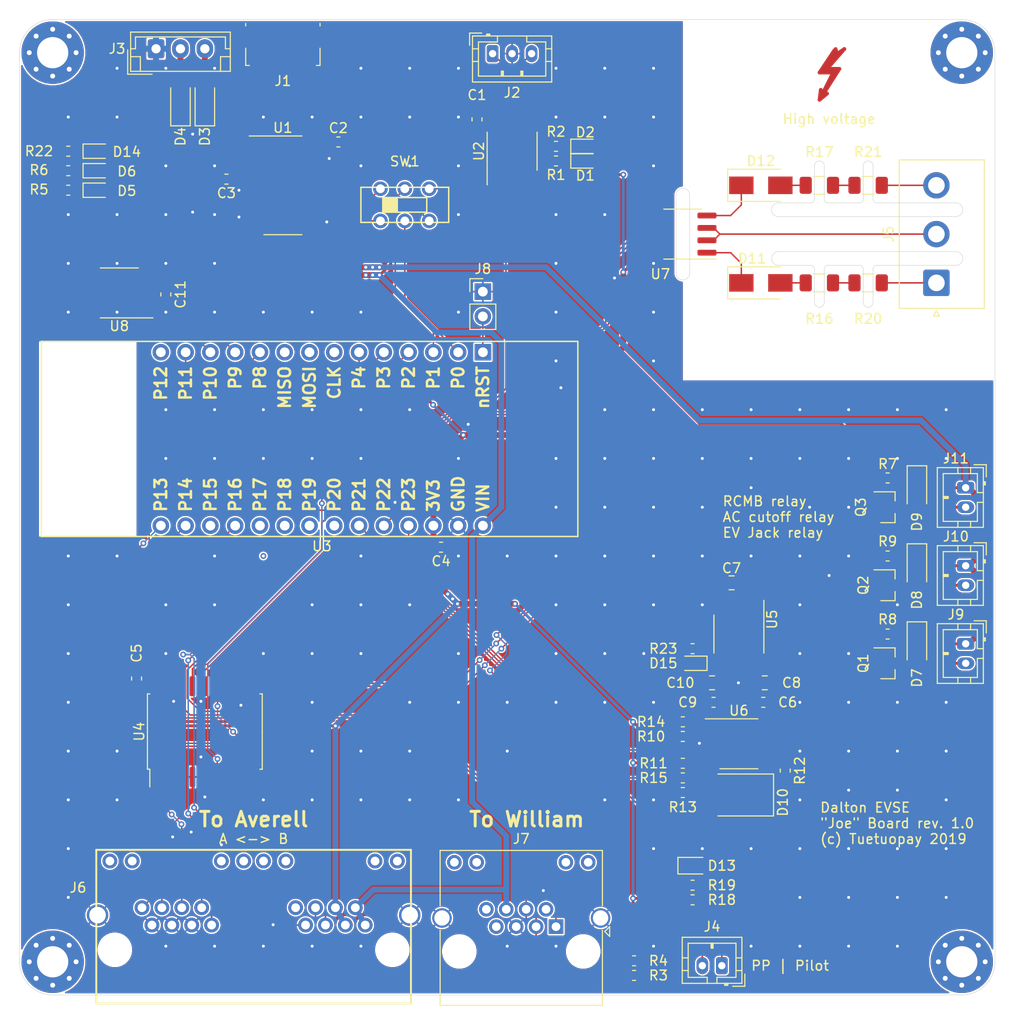
<source format=kicad_pcb>
(kicad_pcb (version 20171130) (host pcbnew "(5.1.5)-2")
  (layers (0 F.Cu signal) (31 B.Cu signal) (34 B.Paste user) (35 F.Paste user) (36 B.SilkS user) (37 F.SilkS user) (38 B.Mask user hide) (39 F.Mask user hide) (44 Edge.Cuts user))
  (net 0 "")
  (net 1 +3V3)
  (net 2 GND)
  (net 3 +5V)
  (net 4 "Net-(C3-Pad1)")
  (net 5 +12V)
  (net 6 "Net-(C7-Pad2)")
  (net 7 "Net-(C7-Pad1)")
  (net 8 -12V)
  (net 9 "Net-(D1-Pad1)")
  (net 10 "Net-(D2-Pad1)")
  (net 11 "Net-(D3-Pad2)")
  (net 12 "Net-(D4-Pad2)")
  (net 13 "Net-(D5-Pad1)")
  (net 14 "Net-(D6-Pad1)")
  (net 15 "Net-(D7-Pad2)")
  (net 16 "Net-(D8-Pad2)")
  (net 17 "Net-(D9-Pad2)")
  (net 18 /evse/PILOT)
  (net 19 "Net-(D11-Pad2)")
  (net 20 "Net-(D11-Pad1)")
  (net 21 "Net-(D12-Pad2)")
  (net 22 "Net-(D12-Pad1)")
  (net 23 /fipy/PP_IN)
  (net 24 /USB_P)
  (net 25 /USB_N)
  (net 26 "Net-(J2-Pad3)")
  (net 27 "Net-(J2-Pad1)")
  (net 28 /evse/PP)
  (net 29 /evse/AC_TEST_IN1)
  (net 30 /evse/AC_TEST_IN0)
  (net 31 "Net-(J6-PadA12)")
  (net 32 "Net-(J6-PadA11)")
  (net 33 "Net-(J6-PadA10)")
  (net 34 "Net-(J6-PadA9)")
  (net 35 "Net-(J6-PadB12)")
  (net 36 "Net-(J6-PadB11)")
  (net 37 "Net-(J6-PadB10)")
  (net 38 "Net-(J6-PadB9)")
  (net 39 /NFC_~RSTO)
  (net 40 /NFC_~RST)
  (net 41 /NFC_IRQ)
  (net 42 /TOUCH)
  (net 43 /SCLK)
  (net 44 /MISO)
  (net 45 /MOSI)
  (net 46 /NFC_~CS)
  (net 47 /LED_~CS)
  (net 48 "Net-(J7-Pad12)")
  (net 49 "Net-(J7-Pad11)")
  (net 50 "Net-(J7-Pad10)")
  (net 51 "Net-(J7-Pad9)")
  (net 52 "Net-(J7-Pad8)")
  (net 53 /fipy/RCMB_AC_30mA)
  (net 54 "Net-(J7-Pad2)")
  (net 55 "Net-(J7-Pad7)")
  (net 56 /fipy/RCMB_DC_6mA)
  (net 57 /RELAY_RCMB)
  (net 58 "Net-(J8-Pad2)")
  (net 59 /RELAY_AC)
  (net 60 /RELAY_JACK)
  (net 61 /MOD_RX)
  (net 62 /MOD_TX)
  (net 63 "Net-(R10-Pad2)")
  (net 64 /fipy/PILOT_IN)
  (net 65 "Net-(R12-Pad2)")
  (net 66 /FIPY_TXD)
  (net 67 /USB_RX)
  (net 68 /FIPY_RXD)
  (net 69 /USB_TX)
  (net 70 "Net-(U1-Pad15)")
  (net 71 "Net-(U1-Pad14)")
  (net 72 "Net-(U1-Pad13)")
  (net 73 "Net-(U1-Pad12)")
  (net 74 "Net-(U1-Pad11)")
  (net 75 "Net-(U1-Pad10)")
  (net 76 "Net-(U1-Pad9)")
  (net 77 "Net-(U1-Pad8)")
  (net 78 "Net-(U1-Pad7)")
  (net 79 /MOD_EN)
  (net 80 /evse/PILOT_IN)
  (net 81 "Net-(U3-Pad22)")
  (net 82 "Net-(U3-Pad21)")
  (net 83 "Net-(U3-Pad20)")
  (net 84 "Net-(U3-Pad19)")
  (net 85 /fipy/IO_IRQ)
  (net 86 "Net-(U3-Pad17)")
  (net 87 "Net-(U3-Pad14)")
  (net 88 /fipy/TEMP)
  (net 89 /fipy/IO_~CS)
  (net 90 "Net-(U3-Pad9)")
  (net 91 "Net-(U3-Pad8)")
  (net 92 "Net-(U3-Pad7)")
  (net 93 /evse/AC_TEST1)
  (net 94 /evse/AC_TEST0)
  (net 95 "Net-(U5-Pad7)")
  (net 96 "Net-(U5-Pad6)")
  (net 97 "Net-(U5-Pad1)")
  (net 98 "Net-(U6-Pad8)")
  (net 99 "Net-(U6-Pad5)")
  (net 100 "Net-(U6-Pad1)")
  (net 101 "Net-(R16-Pad2)")
  (net 102 "Net-(R17-Pad2)")
  (net 103 "Net-(D14-Pad1)")
  (net 104 "Net-(D15-Pad2)")
  (net 105 /evse/AC_TEST_N)
  (net 106 "Net-(U8-Pad8)")
  (net 107 "Net-(U8-Pad7)")
  (net 108 "Net-(U8-Pad6)")
  (net 109 "Net-(U8-Pad2)")
  (net 110 "Net-(U8-Pad1)")
  (module Package_SO:SOIC-8_3.9x4.9mm_P1.27mm (layer F.Cu) (at 110.23 78.03 180)
    (fp_text reference U8 (at 0 -3.4) (layer F.SilkS))
    (fp_text value DS18B20Z)
    (pad 8 smd roundrect (at 2.475 -1.905 180) (size 1.95 0.6) (layers F.Cu F.Paste F.Mask) (net 106 "Net-(U8-Pad8)"))
    (pad 7 smd roundrect (at 2.475 -0.635 180) (size 1.95 0.6) (layers F.Cu F.Paste F.Mask) (net 107 "Net-(U8-Pad7)"))
    (pad 6 smd roundrect (at 2.475 0.635 180) (size 1.95 0.6) (layers F.Cu F.Paste F.Mask) (net 108 "Net-(U8-Pad6)"))
    (pad 5 smd roundrect (at 2.475 1.905 180) (size 1.95 0.6) (layers F.Cu F.Paste F.Mask) (net 2 GND))
    (pad 4 smd roundrect (at -2.475 1.905 180) (size 1.95 0.6) (layers F.Cu F.Paste F.Mask) (net 88 /fipy/TEMP))
    (pad 3 smd roundrect (at -2.475 0.635 180) (size 1.95 0.6) (layers F.Cu F.Paste F.Mask) (net 1 +3V3))
    (pad 2 smd roundrect (at -2.475 -0.635 180) (size 1.95 0.6) (layers F.Cu F.Paste F.Mask) (net 109 "Net-(U8-Pad2)"))
    (pad 1 smd roundrect (at -2.475 -1.905 180) (size 1.95 0.6) (layers F.Cu F.Paste F.Mask) (net 110 "Net-(U8-Pad1)"))
  )
  (module Capacitor_SMD:C_0603_1608Metric (layer F.Cu) (at 115 78.1825 90)
    (fp_text reference C11 (at 0 1.5 90) (layer F.SilkS))
    (fp_text value 100n)
    (pad 2 smd roundrect (at 0.7875 0 90) (size 0.875 0.95) (layers F.Cu F.Paste F.Mask) (net 1 +3V3))
    (pad 1 smd roundrect (at -0.7875 0 90) (size 0.875 0.95) (layers F.Cu F.Paste F.Mask) (net 2 GND))
  )
  (module Symbol:Symbol_Highvoltage_Type1_CopperTop_Small (layer F.Cu) (at 182.4 56.2)
    (fp_text reference REF** hide)
    (fp_text value Symbol_Highvoltage_Type1_CopperTop_Small)
    (fp_line (start -0.127 1.524) (end -0.254 1.016) (layer F.Cu) (width 0.381))
    (fp_line (start 1.016 -0.762) (end -0.127 1.524) (layer F.Cu) (width 0.381))
    (fp_line (start -0.381 -0.762) (end 1.016 -0.762) (layer F.Cu) (width 0.381))
    (fp_line (start 1.143 -3.048) (end -0.381 -0.762) (layer F.Cu) (width 0.381))
    (fp_line (start 1.397 -2.667) (end 1.27 -3.175) (layer F.Cu) (width 0.381))
    (fp_line (start 2.159 -3.175) (end 1.397 -2.667) (layer F.Cu) (width 0.381))
    (fp_line (start 0.381 -1.143) (end 2.159 -3.175) (layer F.Cu) (width 0.381))
    (fp_line (start 1.651 -1.143) (end 0.381 -1.143) (layer F.Cu) (width 0.381))
    (fp_line (start -0.127 1.651) (end 1.651 -1.143) (layer F.Cu) (width 0.381))
    (fp_line (start 0.381 1.397) (end -0.127 1.651) (layer F.Cu) (width 0.381))
    (fp_line (start -0.381 2.032) (end 0.381 1.397) (layer F.Cu) (width 0.381))
    (fp_line (start -0.254 1.016) (end -0.381 2.032) (layer F.Cu) (width 0.381))
    (fp_line (start 0 -0.889) (end 1.27 -0.889) (layer F.Cu) (width 0.381))
    (fp_line (start 1.397 -2.794) (end 0 -0.889) (layer F.Cu) (width 0.381))
  )
  (module Connector_JST:JST_NV_B03P-NV_1x03_P5.00mm_Vertical (layer F.Cu) (at 194 77 90)
    (fp_text reference J5 (at 5 -4.9 90) (layer F.SilkS))
    (fp_text value Conn_01x03)
    (pad 3 thru_hole circle (at 10 0 90) (size 2.7 2.7) (drill 1.7) (layers *.Cu *.Mask) (net 29 /evse/AC_TEST_IN1))
    (pad 2 thru_hole circle (at 5 0 90) (size 2.7 2.7) (drill 1.7) (layers *.Cu *.Mask) (net 105 /evse/AC_TEST_N))
    (pad 1 thru_hole roundrect (at 0 0 90) (size 2.7 2.7) (drill 1.7) (layers *.Cu *.Mask) (roundrect_rratio 0.09259299999999999) (net 30 /evse/AC_TEST_IN0))
  )
  (module Resistor_SMD:R_0603_1608Metric (layer F.Cu) (at 169 114.5 180)
    (fp_text reference R23 (at 3 0) (layer F.SilkS))
    (fp_text value 10k)
    (pad 2 smd roundrect (at 0.7875 0 180) (size 0.875 0.95) (layers F.Cu F.Paste F.Mask) (net 104 "Net-(D15-Pad2)"))
    (pad 1 smd roundrect (at -0.7875 0 180) (size 0.875 0.95) (layers F.Cu F.Paste F.Mask) (net 2 GND))
  )
  (module Resistor_SMD:R_0603_1608Metric (layer F.Cu) (at 105 63.5 180)
    (fp_text reference R22 (at 3 0) (layer F.SilkS))
    (fp_text value 10k)
    (pad 2 smd roundrect (at 0.7875 0 180) (size 0.875 0.95) (layers F.Cu F.Paste F.Mask) (net 2 GND))
    (pad 1 smd roundrect (at -0.7875 0 180) (size 0.875 0.95) (layers F.Cu F.Paste F.Mask) (net 103 "Net-(D14-Pad1)"))
  )
  (module Resistor_SMD:R_0603_1608Metric (layer F.Cu) (at 189 105 180)
    (fp_text reference R9 (at 0 1.5) (layer F.SilkS))
    (fp_text value 10k)
    (pad 2 smd roundrect (at 0.7875 0 180) (size 0.875 0.95) (layers F.Cu F.Paste F.Mask) (net 59 /RELAY_AC))
    (pad 1 smd roundrect (at -0.7875 0 180) (size 0.875 0.95) (layers F.Cu F.Paste F.Mask) (net 2 GND))
  )
  (module Resistor_SMD:R_0603_1608Metric (layer F.Cu) (at 189 113 180)
    (fp_text reference R8 (at 0 1.5) (layer F.SilkS))
    (fp_text value 10k)
    (pad 2 smd roundrect (at 0.7875 0 180) (size 0.875 0.95) (layers F.Cu F.Paste F.Mask) (net 60 /RELAY_JACK))
    (pad 1 smd roundrect (at -0.7875 0 180) (size 0.875 0.95) (layers F.Cu F.Paste F.Mask) (net 2 GND))
  )
  (module Resistor_SMD:R_0603_1608Metric (layer F.Cu) (at 189 97)
    (fp_text reference R7 (at 0 -1.43) (layer F.SilkS))
    (fp_text value 10k)
    (pad 2 smd roundrect (at 0.7875 0) (size 0.875 0.95) (layers F.Cu F.Paste F.Mask) (net 1 +3V3))
    (pad 1 smd roundrect (at -0.7875 0) (size 0.875 0.95) (layers F.Cu F.Paste F.Mask) (net 57 /RELAY_RCMB))
  )
  (module Package_TO_SOT_SMD:SOT-23 (layer F.Cu) (at 189 100)
    (fp_text reference Q3 (at -2.75 0 270) (layer F.SilkS))
    (fp_text value AO3402)
    (pad 3 smd rect (at 1 0) (size 0.9 0.8) (layers F.Cu F.Paste F.Mask) (net 17 "Net-(D9-Pad2)"))
    (pad 2 smd rect (at -1 0.95) (size 0.9 0.8) (layers F.Cu F.Paste F.Mask) (net 2 GND))
    (pad 1 smd rect (at -1 -0.95) (size 0.9 0.8) (layers F.Cu F.Paste F.Mask) (net 57 /RELAY_RCMB))
  )
  (module Package_TO_SOT_SMD:SOT-23 (layer F.Cu) (at 189 108)
    (fp_text reference Q2 (at -2.5 0 270) (layer F.SilkS))
    (fp_text value AO3402)
    (pad 3 smd rect (at 1 0) (size 0.9 0.8) (layers F.Cu F.Paste F.Mask) (net 16 "Net-(D8-Pad2)"))
    (pad 2 smd rect (at -1 0.95) (size 0.9 0.8) (layers F.Cu F.Paste F.Mask) (net 2 GND))
    (pad 1 smd rect (at -1 -0.95) (size 0.9 0.8) (layers F.Cu F.Paste F.Mask) (net 59 /RELAY_AC))
  )
  (module Package_TO_SOT_SMD:SOT-23 (layer F.Cu) (at 189 116)
    (fp_text reference Q1 (at -2.5 0 270) (layer F.SilkS))
    (fp_text value AO3402)
    (pad 3 smd rect (at 1 0) (size 0.9 0.8) (layers F.Cu F.Paste F.Mask) (net 15 "Net-(D7-Pad2)"))
    (pad 2 smd rect (at -1 0.95) (size 0.9 0.8) (layers F.Cu F.Paste F.Mask) (net 2 GND))
    (pad 1 smd rect (at -1 -0.95) (size 0.9 0.8) (layers F.Cu F.Paste F.Mask) (net 60 /RELAY_JACK))
  )
  (module Connector_JST:JST_PH_B2B-PH-K_1x02_P2.00mm_Vertical (layer F.Cu) (at 197 98 270)
    (fp_text reference J11 (at -3 1 180) (layer F.SilkS))
    (fp_text value Conn_01x02)
    (pad 2 thru_hole oval (at 2 0 270) (size 1.2 1.75) (drill 0.75) (layers *.Cu *.Mask) (net 17 "Net-(D9-Pad2)"))
    (pad 1 thru_hole roundrect (at 0 0 270) (size 1.2 1.75) (drill 0.75) (layers *.Cu *.Mask) (roundrect_rratio 0.208333) (net 5 +12V))
  )
  (module Connector_JST:JST_PH_B2B-PH-K_1x02_P2.00mm_Vertical (layer F.Cu) (at 197 106 270)
    (fp_text reference J10 (at -3 1 180) (layer F.SilkS))
    (fp_text value Conn_01x02)
    (pad 2 thru_hole oval (at 2 0 270) (size 1.2 1.75) (drill 0.75) (layers *.Cu *.Mask) (net 16 "Net-(D8-Pad2)"))
    (pad 1 thru_hole roundrect (at 0 0 270) (size 1.2 1.75) (drill 0.75) (layers *.Cu *.Mask) (roundrect_rratio 0.208333) (net 5 +12V))
  )
  (module Connector_JST:JST_PH_B2B-PH-K_1x02_P2.00mm_Vertical (layer F.Cu) (at 197 114 270)
    (fp_text reference J9 (at -3 1 180) (layer F.SilkS))
    (fp_text value Conn_01x02)
    (pad 2 thru_hole oval (at 2 0 270) (size 1.2 1.75) (drill 0.75) (layers *.Cu *.Mask) (net 15 "Net-(D7-Pad2)"))
    (pad 1 thru_hole roundrect (at 0 0 270) (size 1.2 1.75) (drill 0.75) (layers *.Cu *.Mask) (roundrect_rratio 0.208333) (net 5 +12V))
  )
  (module MountingHole:MountingHole_3.2mm_M3_Pad_Via (layer F.Cu) (at 103.4 53.4)
    (fp_text reference H4 hide)
    (fp_text value MountingHole)
    (pad 1 thru_hole circle (at 1.697056 -1.697056) (size 0.8 0.8) (drill 0.5) (layers *.Cu *.Mask))
    (pad 1 thru_hole circle (at 0 -2.4) (size 0.8 0.8) (drill 0.5) (layers *.Cu *.Mask))
    (pad 1 thru_hole circle (at -1.697056 -1.697056) (size 0.8 0.8) (drill 0.5) (layers *.Cu *.Mask))
    (pad 1 thru_hole circle (at -2.4 0) (size 0.8 0.8) (drill 0.5) (layers *.Cu *.Mask))
    (pad 1 thru_hole circle (at -1.697056 1.697056) (size 0.8 0.8) (drill 0.5) (layers *.Cu *.Mask))
    (pad 1 thru_hole circle (at 0 2.4) (size 0.8 0.8) (drill 0.5) (layers *.Cu *.Mask))
    (pad 1 thru_hole circle (at 1.697056 1.697056) (size 0.8 0.8) (drill 0.5) (layers *.Cu *.Mask))
    (pad 1 thru_hole circle (at 2.4 0) (size 0.8 0.8) (drill 0.5) (layers *.Cu *.Mask))
    (pad 1 thru_hole circle (at 0 0) (size 6.4 6.4) (drill 3.2) (layers *.Cu *.Mask))
  )
  (module MountingHole:MountingHole_3.2mm_M3_Pad_Via (layer F.Cu) (at 103.4 146.6)
    (fp_text reference H3 hide)
    (fp_text value MountingHole)
    (pad 1 thru_hole circle (at 1.697056 -1.697056) (size 0.8 0.8) (drill 0.5) (layers *.Cu *.Mask))
    (pad 1 thru_hole circle (at 0 -2.4) (size 0.8 0.8) (drill 0.5) (layers *.Cu *.Mask))
    (pad 1 thru_hole circle (at -1.697056 -1.697056) (size 0.8 0.8) (drill 0.5) (layers *.Cu *.Mask))
    (pad 1 thru_hole circle (at -2.4 0) (size 0.8 0.8) (drill 0.5) (layers *.Cu *.Mask))
    (pad 1 thru_hole circle (at -1.697056 1.697056) (size 0.8 0.8) (drill 0.5) (layers *.Cu *.Mask))
    (pad 1 thru_hole circle (at 0 2.4) (size 0.8 0.8) (drill 0.5) (layers *.Cu *.Mask))
    (pad 1 thru_hole circle (at 1.697056 1.697056) (size 0.8 0.8) (drill 0.5) (layers *.Cu *.Mask))
    (pad 1 thru_hole circle (at 2.4 0) (size 0.8 0.8) (drill 0.5) (layers *.Cu *.Mask))
    (pad 1 thru_hole circle (at 0 0) (size 6.4 6.4) (drill 3.2) (layers *.Cu *.Mask))
  )
  (module MountingHole:MountingHole_3.2mm_M3_Pad_Via (layer F.Cu) (at 196.6 146.6)
    (fp_text reference H2 hide)
    (fp_text value MountingHole)
    (pad 1 thru_hole circle (at 1.697056 -1.697056) (size 0.8 0.8) (drill 0.5) (layers *.Cu *.Mask))
    (pad 1 thru_hole circle (at 0 -2.4) (size 0.8 0.8) (drill 0.5) (layers *.Cu *.Mask))
    (pad 1 thru_hole circle (at -1.697056 -1.697056) (size 0.8 0.8) (drill 0.5) (layers *.Cu *.Mask))
    (pad 1 thru_hole circle (at -2.4 0) (size 0.8 0.8) (drill 0.5) (layers *.Cu *.Mask))
    (pad 1 thru_hole circle (at -1.697056 1.697056) (size 0.8 0.8) (drill 0.5) (layers *.Cu *.Mask))
    (pad 1 thru_hole circle (at 0 2.4) (size 0.8 0.8) (drill 0.5) (layers *.Cu *.Mask))
    (pad 1 thru_hole circle (at 1.697056 1.697056) (size 0.8 0.8) (drill 0.5) (layers *.Cu *.Mask))
    (pad 1 thru_hole circle (at 2.4 0) (size 0.8 0.8) (drill 0.5) (layers *.Cu *.Mask))
    (pad 1 thru_hole circle (at 0 0) (size 6.4 6.4) (drill 3.2) (layers *.Cu *.Mask))
  )
  (module MountingHole:MountingHole_3.2mm_M3_Pad_Via (layer F.Cu) (at 196.6 53.4)
    (fp_text reference H1 hide)
    (fp_text value MountingHole)
    (pad 1 thru_hole circle (at 1.697056 -1.697056) (size 0.8 0.8) (drill 0.5) (layers *.Cu *.Mask))
    (pad 1 thru_hole circle (at 0 -2.4) (size 0.8 0.8) (drill 0.5) (layers *.Cu *.Mask))
    (pad 1 thru_hole circle (at -1.697056 -1.697056) (size 0.8 0.8) (drill 0.5) (layers *.Cu *.Mask))
    (pad 1 thru_hole circle (at -2.4 0) (size 0.8 0.8) (drill 0.5) (layers *.Cu *.Mask))
    (pad 1 thru_hole circle (at -1.697056 1.697056) (size 0.8 0.8) (drill 0.5) (layers *.Cu *.Mask))
    (pad 1 thru_hole circle (at 0 2.4) (size 0.8 0.8) (drill 0.5) (layers *.Cu *.Mask))
    (pad 1 thru_hole circle (at 1.697056 1.697056) (size 0.8 0.8) (drill 0.5) (layers *.Cu *.Mask))
    (pad 1 thru_hole circle (at 2.4 0) (size 0.8 0.8) (drill 0.5) (layers *.Cu *.Mask))
    (pad 1 thru_hole circle (at 0 0) (size 6.4 6.4) (drill 3.2) (layers *.Cu *.Mask))
  )
  (module LED_SMD:LED_0603_1608Metric (layer F.Cu) (at 169 116 180)
    (fp_text reference D15 (at 3 0) (layer F.SilkS))
    (fp_text value Yellow)
    (pad 2 smd roundrect (at 0.7875 0 180) (size 0.875 0.95) (layers F.Cu F.Paste F.Mask) (net 104 "Net-(D15-Pad2)"))
    (pad 1 smd roundrect (at -0.7875 0 180) (size 0.875 0.95) (layers F.Cu F.Paste F.Mask) (net 8 -12V))
  )
  (module LED_SMD:LED_0603_1608Metric (layer F.Cu) (at 108 63.5)
    (fp_text reference D14 (at 3 0.07) (layer F.SilkS))
    (fp_text value Yellow)
    (pad 2 smd roundrect (at 0.7875 0) (size 0.875 0.95) (layers F.Cu F.Paste F.Mask) (net 5 +12V))
    (pad 1 smd roundrect (at -0.7875 0) (size 0.875 0.95) (layers F.Cu F.Paste F.Mask) (net 103 "Net-(D14-Pad1)"))
  )
  (module Diode_SMD:D_SOD-123 (layer F.Cu) (at 192 98 270)
    (fp_text reference D9 (at 3.5 0 90) (layer F.SilkS))
    (fp_text value D_Schottky)
    (pad 2 smd rect (at 1.65 0 270) (size 0.9 1.2) (layers F.Cu F.Paste F.Mask) (net 17 "Net-(D9-Pad2)"))
    (pad 1 smd rect (at -1.65 0 270) (size 0.9 1.2) (layers F.Cu F.Paste F.Mask) (net 5 +12V))
  )
  (module Diode_SMD:D_SOD-123 (layer F.Cu) (at 192 106 270)
    (fp_text reference D8 (at 3.5 0 90) (layer F.SilkS))
    (fp_text value D_Schottky)
    (pad 2 smd rect (at 1.65 0 270) (size 0.9 1.2) (layers F.Cu F.Paste F.Mask) (net 16 "Net-(D8-Pad2)"))
    (pad 1 smd rect (at -1.65 0 270) (size 0.9 1.2) (layers F.Cu F.Paste F.Mask) (net 5 +12V))
  )
  (module Diode_SMD:D_SOD-123 (layer F.Cu) (at 192 114 270)
    (fp_text reference D7 (at 3.5 0 90) (layer F.SilkS))
    (fp_text value D_Schottky)
    (pad 2 smd rect (at 1.65 0 270) (size 0.9 1.2) (layers F.Cu F.Paste F.Mask) (net 15 "Net-(D7-Pad2)"))
    (pad 1 smd rect (at -1.65 0 270) (size 0.9 1.2) (layers F.Cu F.Paste F.Mask) (net 5 +12V))
  )
  (module Connector_JST:JST_EH_B3B-EH-A_1x03_P2.50mm_Vertical (layer F.Cu) (at 114 53)
    (fp_text reference J3 (at -4 0) (layer F.SilkS))
    (fp_text value Conn_01x03)
    (pad 3 thru_hole oval (at 5 0) (size 1.7 1.95) (drill 0.95) (layers *.Cu *.Mask) (net 11 "Net-(D3-Pad2)"))
    (pad 2 thru_hole oval (at 2.5 0) (size 1.7 1.95) (drill 0.95) (layers *.Cu *.Mask) (net 12 "Net-(D4-Pad2)"))
    (pad 1 thru_hole roundrect (at 0 0) (size 1.7 1.95) (drill 0.95) (layers *.Cu *.Mask) (roundrect_rratio 0.147) (net 2 GND))
  )
  (module Resistor_SMD:R_1206_3216Metric (layer F.Cu) (at 187 67)
    (fp_text reference R21 (at 0 -3.42) (layer F.SilkS))
    (fp_text value 100k)
    (pad 2 smd roundrect (at 1.4 0) (size 1.25 1.75) (layers F.Cu F.Paste F.Mask) (roundrect_rratio 0.2) (net 29 /evse/AC_TEST_IN1))
    (pad 1 smd roundrect (at -1.4 0) (size 1.25 1.75) (layers F.Cu F.Paste F.Mask) (roundrect_rratio 0.2) (net 102 "Net-(R17-Pad2)"))
  )
  (module Resistor_SMD:R_1206_3216Metric (layer F.Cu) (at 187 77)
    (fp_text reference R20 (at 0 3.68) (layer F.SilkS))
    (fp_text value 100k)
    (pad 2 smd roundrect (at 1.4 0) (size 1.25 1.75) (layers F.Cu F.Paste F.Mask) (roundrect_rratio 0.2) (net 30 /evse/AC_TEST_IN0))
    (pad 1 smd roundrect (at -1.4 0) (size 1.25 1.75) (layers F.Cu F.Paste F.Mask) (roundrect_rratio 0.2) (net 101 "Net-(R16-Pad2)"))
  )
  (module Resistor_SMD:R_1206_3216Metric (layer F.Cu) (at 182 67)
    (fp_text reference R17 (at 0 -3.42) (layer F.SilkS))
    (fp_text value 100k)
    (pad 2 smd roundrect (at 1.4 0) (size 1.25 1.75) (layers F.Cu F.Paste F.Mask) (roundrect_rratio 0.2) (net 102 "Net-(R17-Pad2)"))
    (pad 1 smd roundrect (at -1.4 0) (size 1.25 1.75) (layers F.Cu F.Paste F.Mask) (roundrect_rratio 0.2) (net 21 "Net-(D12-Pad2)"))
  )
  (module Resistor_SMD:R_1206_3216Metric (layer F.Cu) (at 182 77)
    (fp_text reference R16 (at 0 3.68) (layer F.SilkS))
    (fp_text value 100k)
    (pad 2 smd roundrect (at 1.4 0) (size 1.25 1.75) (layers F.Cu F.Paste F.Mask) (roundrect_rratio 0.2) (net 101 "Net-(R16-Pad2)"))
    (pad 1 smd roundrect (at -1.4 0) (size 1.25 1.75) (layers F.Cu F.Paste F.Mask) (roundrect_rratio 0.2) (net 19 "Net-(D11-Pad2)"))
  )
  (module Diode_SMD:D_SOD-323 (layer F.Cu) (at 169 136.75)
    (fp_text reference D13 (at 3 0) (layer F.SilkS))
    (fp_text value 1N4148)
    (pad 2 smd rect (at 1.05 0) (size 0.6 0.45) (layers F.Cu F.Paste F.Mask) (net 2 GND))
    (pad 1 smd rect (at -1.05 0) (size 0.6 0.45) (layers F.Cu F.Paste F.Mask) (net 23 /fipy/PP_IN))
  )
  (module Diode_SMD:D_SMA (layer F.Cu) (at 176 67)
    (fp_text reference D12 (at 0 -2.5) (layer F.SilkS))
    (fp_text value S1A-13-F)
    (pad 2 smd rect (at 2 0) (size 2.5 1.8) (layers F.Cu F.Paste F.Mask) (net 21 "Net-(D12-Pad2)"))
    (pad 1 smd rect (at -2 0) (size 2.5 1.8) (layers F.Cu F.Paste F.Mask) (net 22 "Net-(D12-Pad1)"))
  )
  (module Diode_SMD:D_SMA (layer F.Cu) (at 176 77)
    (fp_text reference D11 (at -0.9 -2.5) (layer F.SilkS))
    (fp_text value S1A-13-F)
    (pad 2 smd rect (at 2 0) (size 2.5 1.8) (layers F.Cu F.Paste F.Mask) (net 19 "Net-(D11-Pad2)"))
    (pad 1 smd rect (at -2 0) (size 2.5 1.8) (layers F.Cu F.Paste F.Mask) (net 20 "Net-(D11-Pad1)"))
  )
  (module Package_SO:SOIC-8_3.9x4.9mm_P1.27mm (layer F.Cu) (at 168 72 180)
    (fp_text reference U7 (at 2.3 -4.1) (layer F.SilkS))
    (fp_text value HCPL0731)
    (pad 8 smd roundrect (at 2.475 -1.905 180) (size 1.95 0.6) (layers F.Cu F.Paste F.Mask) (net 1 +3V3))
    (pad 7 smd roundrect (at 2.475 -0.635 180) (size 1.95 0.6) (layers F.Cu F.Paste F.Mask) (net 94 /evse/AC_TEST0))
    (pad 6 smd roundrect (at 2.475 0.635 180) (size 1.95 0.6) (layers F.Cu F.Paste F.Mask) (net 93 /evse/AC_TEST1))
    (pad 5 smd roundrect (at 2.475 1.905 180) (size 1.95 0.6) (layers F.Cu F.Paste F.Mask) (net 2 GND))
    (pad 4 smd roundrect (at -2.475 1.905 180) (size 1.95 0.6) (layers F.Cu F.Paste F.Mask) (net 22 "Net-(D12-Pad1)"))
    (pad 3 smd roundrect (at -2.475 0.635 180) (size 1.95 0.6) (layers F.Cu F.Paste F.Mask) (net 105 /evse/AC_TEST_N))
    (pad 2 smd roundrect (at -2.475 -0.635 180) (size 1.95 0.6) (layers F.Cu F.Paste F.Mask) (net 105 /evse/AC_TEST_N))
    (pad 1 smd roundrect (at -2.475 -1.905 180) (size 1.95 0.6) (layers F.Cu F.Paste F.Mask) (net 20 "Net-(D11-Pad1)"))
  )
  (module Package_SO:SOIC-8_3.9x4.9mm_P1.27mm (layer F.Cu) (at 173.75 124.25)
    (fp_text reference U6 (at 0 -3.4) (layer F.SilkS))
    (fp_text value UA741-D)
    (pad 8 smd roundrect (at 2.475 -1.905) (size 1.95 0.6) (layers F.Cu F.Paste F.Mask) (net 98 "Net-(U6-Pad8)"))
    (pad 7 smd roundrect (at 2.475 -0.635) (size 1.95 0.6) (layers F.Cu F.Paste F.Mask) (net 5 +12V))
    (pad 6 smd roundrect (at 2.475 0.635) (size 1.95 0.6) (layers F.Cu F.Paste F.Mask) (net 65 "Net-(R12-Pad2)"))
    (pad 5 smd roundrect (at 2.475 1.905) (size 1.95 0.6) (layers F.Cu F.Paste F.Mask) (net 99 "Net-(U6-Pad5)"))
    (pad 4 smd roundrect (at -2.475 1.905) (size 1.95 0.6) (layers F.Cu F.Paste F.Mask) (net 8 -12V))
    (pad 3 smd roundrect (at -2.475 0.635) (size 1.95 0.6) (layers F.Cu F.Paste F.Mask) (net 80 /evse/PILOT_IN))
    (pad 2 smd roundrect (at -2.475 -0.635) (size 1.95 0.6) (layers F.Cu F.Paste F.Mask) (net 63 "Net-(R10-Pad2)"))
    (pad 1 smd roundrect (at -2.475 -1.905) (size 1.95 0.6) (layers F.Cu F.Paste F.Mask) (net 100 "Net-(U6-Pad1)"))
  )
  (module Package_SO:SOIC-8_3.9x4.9mm_P1.27mm (layer F.Cu) (at 173.75 113 270)
    (fp_text reference U5 (at -1.5 -3.4 90) (layer F.SilkS))
    (fp_text value TC7660SxO)
    (pad 8 smd roundrect (at 2.475 -1.905 270) (size 1.95 0.6) (layers F.Cu F.Paste F.Mask) (net 5 +12V))
    (pad 7 smd roundrect (at 2.475 -0.635 270) (size 1.95 0.6) (layers F.Cu F.Paste F.Mask) (net 95 "Net-(U5-Pad7)"))
    (pad 6 smd roundrect (at 2.475 0.635 270) (size 1.95 0.6) (layers F.Cu F.Paste F.Mask) (net 96 "Net-(U5-Pad6)"))
    (pad 5 smd roundrect (at 2.475 1.905 270) (size 1.95 0.6) (layers F.Cu F.Paste F.Mask) (net 8 -12V))
    (pad 4 smd roundrect (at -2.475 1.905 270) (size 1.95 0.6) (layers F.Cu F.Paste F.Mask) (net 6 "Net-(C7-Pad2)"))
    (pad 3 smd roundrect (at -2.475 0.635 270) (size 1.95 0.6) (layers F.Cu F.Paste F.Mask) (net 2 GND))
    (pad 2 smd roundrect (at -2.475 -0.635 270) (size 1.95 0.6) (layers F.Cu F.Paste F.Mask) (net 7 "Net-(C7-Pad1)"))
    (pad 1 smd roundrect (at -2.475 -1.905 270) (size 1.95 0.6) (layers F.Cu F.Paste F.Mask) (net 97 "Net-(U5-Pad1)"))
  )
  (module Package_SO:SOIC-18W_7.5x11.6mm_P1.27mm (layer F.Cu) (at 119 123 90)
    (fp_text reference U4 (at 0 -6.72 90) (layer F.SilkS))
    (fp_text value MCP23S08-SO)
    (pad 18 smd roundrect (at 4.65 -5.08 90) (size 2.05 0.6) (layers F.Cu F.Paste F.Mask) (net 1 +3V3))
    (pad 17 smd roundrect (at 4.65 -3.81 90) (size 2.05 0.6) (layers F.Cu F.Paste F.Mask) (net 53 /fipy/RCMB_AC_30mA))
    (pad 16 smd roundrect (at 4.65 -2.54 90) (size 2.05 0.6) (layers F.Cu F.Paste F.Mask) (net 56 /fipy/RCMB_DC_6mA))
    (pad 15 smd roundrect (at 4.65 -1.27 90) (size 2.05 0.6) (layers F.Cu F.Paste F.Mask) (net 93 /evse/AC_TEST1))
    (pad 14 smd roundrect (at 4.65 0 90) (size 2.05 0.6) (layers F.Cu F.Paste F.Mask) (net 94 /evse/AC_TEST0))
    (pad 13 smd roundrect (at 4.65 1.27 90) (size 2.05 0.6) (layers F.Cu F.Paste F.Mask) (net 42 /TOUCH))
    (pad 12 smd roundrect (at 4.65 2.54 90) (size 2.05 0.6) (layers F.Cu F.Paste F.Mask) (net 79 /MOD_EN))
    (pad 11 smd roundrect (at 4.65 3.81 90) (size 2.05 0.6) (layers F.Cu F.Paste F.Mask) (net 59 /RELAY_AC))
    (pad 10 smd roundrect (at 4.65 5.08 90) (size 2.05 0.6) (layers F.Cu F.Paste F.Mask) (net 60 /RELAY_JACK))
    (pad 9 smd roundrect (at -4.65 5.08 90) (size 2.05 0.6) (layers F.Cu F.Paste F.Mask) (net 2 GND))
    (pad 8 smd roundrect (at -4.65 3.81 90) (size 2.05 0.6) (layers F.Cu F.Paste F.Mask) (net 85 /fipy/IO_IRQ))
    (pad 7 smd roundrect (at -4.65 2.54 90) (size 2.05 0.6) (layers F.Cu F.Paste F.Mask) (net 89 /fipy/IO_~CS))
    (pad 6 smd roundrect (at -4.65 1.27 90) (size 2.05 0.6) (layers F.Cu F.Paste F.Mask) (net 40 /NFC_~RST))
    (pad 5 smd roundrect (at -4.65 0 90) (size 2.05 0.6) (layers F.Cu F.Paste F.Mask) (net 2 GND))
    (pad 4 smd roundrect (at -4.65 -1.27 90) (size 2.05 0.6) (layers F.Cu F.Paste F.Mask) (net 2 GND))
    (pad 3 smd roundrect (at -4.65 -2.54 90) (size 2.05 0.6) (layers F.Cu F.Paste F.Mask) (net 44 /MISO))
    (pad 2 smd roundrect (at -4.65 -3.81 90) (size 2.05 0.6) (layers F.Cu F.Paste F.Mask) (net 45 /MOSI))
    (pad 1 smd roundrect (at -4.65 -5.08 90) (size 2.05 0.6) (layers F.Cu F.Paste F.Mask) (net 43 /SCLK))
  )
  (module ma4evse:fipy (layer F.Cu) (at 131 93 180)
    (fp_text reference U3 (at 0 -11) (layer F.SilkS))
    (fp_text value FiPy)
    (fp_text user P13 (at 16.51 -7.62 270) (layer F.SilkS) (effects (font (size 1.2 1.2) (thickness 0.25)) (justify left)))
    (fp_text user P14 (at 13.97 -7.62 270) (layer F.SilkS) (effects (font (size 1.2 1.2) (thickness 0.25)) (justify left)))
    (fp_text user P15 (at 11.43 -7.62 270) (layer F.SilkS) (effects (font (size 1.2 1.2) (thickness 0.25)) (justify left)))
    (fp_text user P16 (at 8.89 -7.62 270) (layer F.SilkS) (effects (font (size 1.2 1.2) (thickness 0.25)) (justify left)))
    (fp_text user P17 (at 6.35 -7.62 270) (layer F.SilkS) (effects (font (size 1.2 1.2) (thickness 0.25)) (justify left)))
    (fp_text user P18 (at 3.81 -7.62 270) (layer F.SilkS) (effects (font (size 1.2 1.2) (thickness 0.25)) (justify left)))
    (fp_text user P19 (at 1.27 -7.62 270) (layer F.SilkS) (effects (font (size 1.2 1.2) (thickness 0.25)) (justify left)))
    (fp_text user P20 (at -1.27 -7.62 270) (layer F.SilkS) (effects (font (size 1.2 1.2) (thickness 0.25)) (justify left)))
    (fp_text user P21 (at -3.81 -7.62 270) (layer F.SilkS) (effects (font (size 1.2 1.2) (thickness 0.25)) (justify left)))
    (fp_text user P22 (at -6.35 -7.62 270) (layer F.SilkS) (effects (font (size 1.2 1.2) (thickness 0.25)) (justify left)))
    (fp_text user P23 (at -8.89 -7.62 270) (layer F.SilkS) (effects (font (size 1.2 1.2) (thickness 0.25)) (justify left)))
    (fp_text user 3V3 (at -11.43 -7.62 270) (layer F.SilkS) (effects (font (size 1.2 1.2) (thickness 0.25)) (justify left)))
    (fp_text user GND (at -13.97 -7.62 270) (layer F.SilkS) (effects (font (size 1.2 1.2) (thickness 0.25)) (justify left)))
    (fp_text user VIN (at -16.51 -7.62 270) (layer F.SilkS) (effects (font (size 1.2 1.2) (thickness 0.25)) (justify left)))
    (fp_text user P12 (at 16.51 7.62 90) (layer F.SilkS) (effects (font (size 1.2 1.2) (thickness 0.25)) (justify right)))
    (fp_text user P11 (at 13.97 7.62 90) (layer F.SilkS) (effects (font (size 1.2 1.2) (thickness 0.25)) (justify right)))
    (fp_text user P10 (at 11.43 7.62 90) (layer F.SilkS) (effects (font (size 1.2 1.2) (thickness 0.25)) (justify right)))
    (fp_text user P9 (at 8.89 7.62 90) (layer F.SilkS) (effects (font (size 1.2 1.2) (thickness 0.25)) (justify right)))
    (fp_text user P8 (at 6.35 7.62 90) (layer F.SilkS) (effects (font (size 1.2 1.2) (thickness 0.25)) (justify right)))
    (fp_text user MISO (at 3.81 7.62 90) (layer F.SilkS) (effects (font (size 1.2 1.2) (thickness 0.25)) (justify right)))
    (fp_text user MOSI (at 1.27 7.62 90) (layer F.SilkS) (effects (font (size 1.2 1.2) (thickness 0.25)) (justify right)))
    (fp_text user CLK (at -1.27 7.62 90) (layer F.SilkS) (effects (font (size 1.2 1.2) (thickness 0.25)) (justify right)))
    (fp_text user P4 (at -3.81 7.62 90) (layer F.SilkS) (effects (font (size 1.2 1.2) (thickness 0.25)) (justify right)))
    (fp_text user P3 (at -6.35 7.62 90) (layer F.SilkS) (effects (font (size 1.2 1.2) (thickness 0.25)) (justify right)))
    (fp_text user P2 (at -8.89 7.62 90) (layer F.SilkS) (effects (font (size 1.2 1.2) (thickness 0.25)) (justify right)))
    (fp_text user P1 (at -11.43 7.62 90) (layer F.SilkS) (effects (font (size 1.2 1.2) (thickness 0.25)) (justify right)))
    (fp_text user P0 (at -13.97 7.62 90) (layer F.SilkS) (effects (font (size 1.2 1.2) (thickness 0.25)) (justify right)))
    (fp_text user nRST (at -16.51 7.62 90) (layer F.SilkS) (effects (font (size 1.2 1.2) (thickness 0.25)) (justify right)))
    (pad 28 thru_hole circle (at -16.51 -8.89) (size 1.7 1.7) (drill 1) (layers *.Cu *.Mask) (net 3 +5V))
    (pad 27 thru_hole circle (at -13.97 -8.89) (size 1.7 1.7) (drill 1) (layers *.Cu *.Mask) (net 2 GND))
    (pad 26 thru_hole circle (at -11.43 -8.89) (size 1.7 1.7) (drill 1) (layers *.Cu *.Mask) (net 1 +3V3))
    (pad 25 thru_hole circle (at -8.89 -8.89) (size 1.7 1.7) (drill 1) (layers *.Cu *.Mask) (net 64 /fipy/PILOT_IN))
    (pad 24 thru_hole circle (at -6.35 -8.89) (size 1.7 1.7) (drill 1) (layers *.Cu *.Mask) (net 80 /evse/PILOT_IN))
    (pad 23 thru_hole circle (at -3.81 -8.89) (size 1.7 1.7) (drill 1) (layers *.Cu *.Mask) (net 23 /fipy/PP_IN))
    (pad 22 thru_hole circle (at -1.27 -8.89) (size 1.7 1.7) (drill 1) (layers *.Cu *.Mask) (net 81 "Net-(U3-Pad22)"))
    (pad 21 thru_hole circle (at 1.27 -8.89) (size 1.7 1.7) (drill 1) (layers *.Cu *.Mask) (net 82 "Net-(U3-Pad21)"))
    (pad 20 thru_hole circle (at 3.81 -8.89) (size 1.7 1.7) (drill 1) (layers *.Cu *.Mask) (net 83 "Net-(U3-Pad20)"))
    (pad 19 thru_hole circle (at 6.35 -8.89) (size 1.7 1.7) (drill 1) (layers *.Cu *.Mask) (net 84 "Net-(U3-Pad19)"))
    (pad 18 thru_hole circle (at 8.89 -8.89) (size 1.7 1.7) (drill 1) (layers *.Cu *.Mask) (net 85 /fipy/IO_IRQ))
    (pad 17 thru_hole circle (at 11.43 -8.89) (size 1.7 1.7) (drill 1) (layers *.Cu *.Mask) (net 86 "Net-(U3-Pad17)"))
    (pad 16 thru_hole circle (at 13.97 -8.89) (size 1.7 1.7) (drill 1) (layers *.Cu *.Mask) (net 44 /MISO))
    (pad 15 thru_hole circle (at 16.51 -8.89) (size 1.7 1.7) (drill 1) (layers *.Cu *.Mask) (net 41 /NFC_IRQ))
    (pad 14 thru_hole circle (at 16.51 8.89 180) (size 1.7 1.7) (drill 1) (layers *.Cu *.Mask) (net 87 "Net-(U3-Pad14)"))
    (pad 13 thru_hole circle (at 13.97 8.89 180) (size 1.7 1.7) (drill 1) (layers *.Cu *.Mask) (net 45 /MOSI))
    (pad 12 thru_hole circle (at 11.43 8.89 180) (size 1.7 1.7) (drill 1) (layers *.Cu *.Mask) (net 43 /SCLK))
    (pad 11 thru_hole circle (at 8.89 8.89 180) (size 1.7 1.7) (drill 1) (layers *.Cu *.Mask) (net 88 /fipy/TEMP))
    (pad 10 thru_hole circle (at 6.35 8.89 180) (size 1.7 1.7) (drill 1) (layers *.Cu *.Mask) (net 89 /fipy/IO_~CS))
    (pad 9 thru_hole circle (at 3.81 8.89 180) (size 1.7 1.7) (drill 1) (layers *.Cu *.Mask) (net 90 "Net-(U3-Pad9)"))
    (pad 8 thru_hole circle (at 1.27 8.89 180) (size 1.7 1.7) (drill 1) (layers *.Cu *.Mask) (net 91 "Net-(U3-Pad8)"))
    (pad 7 thru_hole circle (at -1.27 8.89 180) (size 1.7 1.7) (drill 1) (layers *.Cu *.Mask) (net 92 "Net-(U3-Pad7)"))
    (pad 6 thru_hole circle (at -3.81 8.89 180) (size 1.7 1.7) (drill 1) (layers *.Cu *.Mask) (net 47 /LED_~CS))
    (pad 5 thru_hole circle (at -6.35 8.89 180) (size 1.7 1.7) (drill 1) (layers *.Cu *.Mask) (net 46 /NFC_~CS))
    (pad 4 thru_hole circle (at -8.89 8.89 180) (size 1.7 1.7) (drill 1) (layers *.Cu *.Mask) (net 40 /NFC_~RST))
    (pad 3 thru_hole circle (at -11.43 8.89 180) (size 1.7 1.7) (drill 1) (layers *.Cu *.Mask) (net 66 /FIPY_TXD))
    (pad 2 thru_hole circle (at -13.97 8.89 180) (size 1.7 1.7) (drill 1) (layers *.Cu *.Mask) (net 68 /FIPY_RXD))
    (pad 1 thru_hole rect (at -16.51 8.89 180) (size 1.7 1.7) (drill 1) (layers *.Cu *.Mask) (net 58 "Net-(J8-Pad2)"))
  )
  (module Package_SO:SOIC-8_3.9x4.9mm_P1.27mm (layer F.Cu) (at 150.5 63.5 90)
    (fp_text reference U2 (at 0 -3.4 90) (layer F.SilkS))
    (fp_text value MAX3485)
    (pad 8 smd roundrect (at 2.475 -1.905 90) (size 1.95 0.6) (layers F.Cu F.Paste F.Mask) (net 1 +3V3))
    (pad 7 smd roundrect (at 2.475 -0.635 90) (size 1.95 0.6) (layers F.Cu F.Paste F.Mask) (net 27 "Net-(J2-Pad1)"))
    (pad 6 smd roundrect (at 2.475 0.635 90) (size 1.95 0.6) (layers F.Cu F.Paste F.Mask) (net 26 "Net-(J2-Pad3)"))
    (pad 5 smd roundrect (at 2.475 1.905 90) (size 1.95 0.6) (layers F.Cu F.Paste F.Mask) (net 2 GND))
    (pad 4 smd roundrect (at -2.475 1.905 90) (size 1.95 0.6) (layers F.Cu F.Paste F.Mask) (net 61 /MOD_RX))
    (pad 3 smd roundrect (at -2.475 0.635 90) (size 1.95 0.6) (layers F.Cu F.Paste F.Mask) (net 79 /MOD_EN))
    (pad 2 smd roundrect (at -2.475 -0.635 90) (size 1.95 0.6) (layers F.Cu F.Paste F.Mask) (net 79 /MOD_EN))
    (pad 1 smd roundrect (at -2.475 -1.905 90) (size 1.95 0.6) (layers F.Cu F.Paste F.Mask) (net 62 /MOD_TX))
  )
  (module Package_SO:SOIC-16_3.9x9.9mm_P1.27mm (layer F.Cu) (at 127 67)
    (fp_text reference U1 (at 0 -5.9) (layer F.SilkS))
    (fp_text value CH340C)
    (pad 16 smd roundrect (at 2.475 -4.445) (size 1.95 0.6) (layers F.Cu F.Paste F.Mask) (net 3 +5V))
    (pad 15 smd roundrect (at 2.475 -3.175) (size 1.95 0.6) (layers F.Cu F.Paste F.Mask) (net 70 "Net-(U1-Pad15)"))
    (pad 14 smd roundrect (at 2.475 -1.905) (size 1.95 0.6) (layers F.Cu F.Paste F.Mask) (net 71 "Net-(U1-Pad14)"))
    (pad 13 smd roundrect (at 2.475 -0.635) (size 1.95 0.6) (layers F.Cu F.Paste F.Mask) (net 72 "Net-(U1-Pad13)"))
    (pad 12 smd roundrect (at 2.475 0.635) (size 1.95 0.6) (layers F.Cu F.Paste F.Mask) (net 73 "Net-(U1-Pad12)"))
    (pad 11 smd roundrect (at 2.475 1.905) (size 1.95 0.6) (layers F.Cu F.Paste F.Mask) (net 74 "Net-(U1-Pad11)"))
    (pad 10 smd roundrect (at 2.475 3.175) (size 1.95 0.6) (layers F.Cu F.Paste F.Mask) (net 75 "Net-(U1-Pad10)"))
    (pad 9 smd roundrect (at 2.475 4.445) (size 1.95 0.6) (layers F.Cu F.Paste F.Mask) (net 76 "Net-(U1-Pad9)"))
    (pad 8 smd roundrect (at -2.475 4.445) (size 1.95 0.6) (layers F.Cu F.Paste F.Mask) (net 77 "Net-(U1-Pad8)"))
    (pad 7 smd roundrect (at -2.475 3.175) (size 1.95 0.6) (layers F.Cu F.Paste F.Mask) (net 78 "Net-(U1-Pad7)"))
    (pad 6 smd roundrect (at -2.475 1.905) (size 1.95 0.6) (layers F.Cu F.Paste F.Mask) (net 25 /USB_N))
    (pad 5 smd roundrect (at -2.475 0.635) (size 1.95 0.6) (layers F.Cu F.Paste F.Mask) (net 24 /USB_P))
    (pad 4 smd roundrect (at -2.475 -0.635) (size 1.95 0.6) (layers F.Cu F.Paste F.Mask) (net 4 "Net-(C3-Pad1)"))
    (pad 3 smd roundrect (at -2.475 -1.905) (size 1.95 0.6) (layers F.Cu F.Paste F.Mask) (net 67 /USB_RX))
    (pad 2 smd roundrect (at -2.475 -3.175) (size 1.95 0.6) (layers F.Cu F.Paste F.Mask) (net 69 /USB_TX))
    (pad 1 smd roundrect (at -2.475 -4.445) (size 1.95 0.6) (layers F.Cu F.Paste F.Mask) (net 2 GND))
  )
  (module ma4evse:JS202011CQN (layer F.Cu) (at 139.5 69)
    (fp_text reference SW1 (at 0 -4.45) (layer F.SilkS))
    (fp_text value JS202011CQN)
    (pad 6 thru_hole circle (at 2.5 -1.65) (size 1.5 1.5) (drill 0.9) (layers *.Cu *.Mask) (net 61 /MOD_RX))
    (pad 5 thru_hole circle (at 0 -1.65) (size 1.5 1.5) (drill 0.9) (layers *.Cu *.Mask) (net 66 /FIPY_TXD))
    (pad 4 thru_hole circle (at -2.5 -1.65) (size 1.5 1.5) (drill 0.9) (layers *.Cu *.Mask) (net 67 /USB_RX))
    (pad 3 thru_hole circle (at 2.5 1.65) (size 1.5 1.5) (drill 0.9) (layers *.Cu *.Mask) (net 62 /MOD_TX))
    (pad 2 thru_hole circle (at 0 1.65) (size 1.5 1.5) (drill 0.9) (layers *.Cu *.Mask) (net 68 /FIPY_RXD))
    (pad 1 thru_hole circle (at -2.5 1.65) (size 1.5 1.5) (drill 0.9) (layers *.Cu *.Mask) (net 69 /USB_TX))
  )
  (module Resistor_SMD:R_0603_1608Metric (layer F.Cu) (at 169 138.75)
    (fp_text reference R19 (at 3 0) (layer F.SilkS))
    (fp_text value 10k)
    (pad 2 smd roundrect (at 0.7875 0) (size 0.875 0.95) (layers F.Cu F.Paste F.Mask) (net 28 /evse/PP))
    (pad 1 smd roundrect (at -0.7875 0) (size 0.875 0.95) (layers F.Cu F.Paste F.Mask) (net 23 /fipy/PP_IN))
  )
  (module Resistor_SMD:R_0603_1608Metric (layer F.Cu) (at 169 140.25)
    (fp_text reference R18 (at 3 0) (layer F.SilkS))
    (fp_text value 1k)
    (pad 2 smd roundrect (at 0.7875 0) (size 0.875 0.95) (layers F.Cu F.Paste F.Mask) (net 28 /evse/PP))
    (pad 1 smd roundrect (at -0.7875 0) (size 0.875 0.95) (layers F.Cu F.Paste F.Mask) (net 1 +3V3))
  )
  (module Resistor_SMD:R_0603_1608Metric (layer F.Cu) (at 168 127.75 180)
    (fp_text reference R15 (at 3 0) (layer F.SilkS))
    (fp_text value 76k)
    (pad 2 smd roundrect (at 0.7875 0 180) (size 0.875 0.95) (layers F.Cu F.Paste F.Mask) (net 64 /fipy/PILOT_IN))
    (pad 1 smd roundrect (at -0.7875 0 180) (size 0.875 0.95) (layers F.Cu F.Paste F.Mask) (net 2 GND))
  )
  (module Resistor_SMD:R_0603_1608Metric (layer F.Cu) (at 168 122 180)
    (fp_text reference R14 (at 3.25 0) (layer F.SilkS))
    (fp_text value 100k)
    (pad 2 smd roundrect (at 0.7875 0 180) (size 0.875 0.95) (layers F.Cu F.Paste F.Mask) (net 2 GND))
    (pad 1 smd roundrect (at -0.7875 0 180) (size 0.875 0.95) (layers F.Cu F.Paste F.Mask) (net 63 "Net-(R10-Pad2)"))
  )
  (module Resistor_SMD:R_0603_1608Metric (layer F.Cu) (at 168 129.25)
    (fp_text reference R13 (at 0 1.5) (layer F.SilkS))
    (fp_text value 200k)
    (pad 2 smd roundrect (at 0.7875 0) (size 0.875 0.95) (layers F.Cu F.Paste F.Mask) (net 18 /evse/PILOT))
    (pad 1 smd roundrect (at -0.7875 0) (size 0.875 0.95) (layers F.Cu F.Paste F.Mask) (net 64 /fipy/PILOT_IN))
  )
  (module Resistor_SMD:R_0603_1608Metric (layer F.Cu) (at 178.5 127 90)
    (fp_text reference R12 (at 0 1.5 90) (layer F.SilkS))
    (fp_text value 620)
    (pad 2 smd roundrect (at 0.7875 0 90) (size 0.875 0.95) (layers F.Cu F.Paste F.Mask) (net 65 "Net-(R12-Pad2)"))
    (pad 1 smd roundrect (at -0.7875 0 90) (size 0.875 0.95) (layers F.Cu F.Paste F.Mask) (net 18 /evse/PILOT))
  )
  (module Resistor_SMD:R_0603_1608Metric (layer F.Cu) (at 168 126.25 180)
    (fp_text reference R11 (at 3 0) (layer F.SilkS))
    (fp_text value 56k)
    (pad 2 smd roundrect (at 0.7875 0 180) (size 0.875 0.95) (layers F.Cu F.Paste F.Mask) (net 1 +3V3))
    (pad 1 smd roundrect (at -0.7875 0 180) (size 0.875 0.95) (layers F.Cu F.Paste F.Mask) (net 64 /fipy/PILOT_IN))
  )
  (module Resistor_SMD:R_0603_1608Metric (layer F.Cu) (at 168 123.5)
    (fp_text reference R10 (at -3.25 0) (layer F.SilkS))
    (fp_text value 100k)
    (pad 2 smd roundrect (at 0.7875 0) (size 0.875 0.95) (layers F.Cu F.Paste F.Mask) (net 63 "Net-(R10-Pad2)"))
    (pad 1 smd roundrect (at -0.7875 0) (size 0.875 0.95) (layers F.Cu F.Paste F.Mask) (net 1 +3V3))
  )
  (module Resistor_SMD:R_0603_1608Metric (layer F.Cu) (at 105 65.5 180)
    (fp_text reference R6 (at 3 0.07) (layer F.SilkS))
    (fp_text value 3k)
    (pad 2 smd roundrect (at 0.7875 0 180) (size 0.875 0.95) (layers F.Cu F.Paste F.Mask) (net 2 GND))
    (pad 1 smd roundrect (at -0.7875 0 180) (size 0.875 0.95) (layers F.Cu F.Paste F.Mask) (net 14 "Net-(D6-Pad1)"))
  )
  (module Resistor_SMD:R_0603_1608Metric (layer F.Cu) (at 105 67.5 180)
    (fp_text reference R5 (at 3 0.07) (layer F.SilkS))
    (fp_text value 1k)
    (pad 2 smd roundrect (at 0.7875 0 180) (size 0.875 0.95) (layers F.Cu F.Paste F.Mask) (net 2 GND))
    (pad 1 smd roundrect (at -0.7875 0 180) (size 0.875 0.95) (layers F.Cu F.Paste F.Mask) (net 13 "Net-(D5-Pad1)"))
  )
  (module Resistor_SMD:R_0603_1608Metric (layer F.Cu) (at 163 146.5 180)
    (fp_text reference R4 (at -2.5 0 180) (layer F.SilkS))
    (fp_text value 10k)
    (pad 2 smd roundrect (at 0.7875 0 180) (size 0.875 0.95) (layers F.Cu F.Paste F.Mask) (net 56 /fipy/RCMB_DC_6mA))
    (pad 1 smd roundrect (at -0.7875 0 180) (size 0.875 0.95) (layers F.Cu F.Paste F.Mask) (net 1 +3V3))
  )
  (module Resistor_SMD:R_0603_1608Metric (layer F.Cu) (at 163 148)
    (fp_text reference R3 (at 2.5 0) (layer F.SilkS))
    (fp_text value 10k)
    (pad 2 smd roundrect (at 0.7875 0) (size 0.875 0.95) (layers F.Cu F.Paste F.Mask) (net 1 +3V3))
    (pad 1 smd roundrect (at -0.7875 0) (size 0.875 0.95) (layers F.Cu F.Paste F.Mask) (net 53 /fipy/RCMB_AC_30mA))
  )
  (module Resistor_SMD:R_0603_1608Metric (layer F.Cu) (at 155 63 180)
    (fp_text reference R2 (at 0 1.5) (layer F.SilkS))
    (fp_text value 1k)
    (pad 2 smd roundrect (at 0.7875 0 180) (size 0.875 0.95) (layers F.Cu F.Paste F.Mask) (net 62 /MOD_TX))
    (pad 1 smd roundrect (at -0.7875 0 180) (size 0.875 0.95) (layers F.Cu F.Paste F.Mask) (net 10 "Net-(D2-Pad1)"))
  )
  (module Resistor_SMD:R_0603_1608Metric (layer F.Cu) (at 155 64.5 180)
    (fp_text reference R1 (at 0 -1.43) (layer F.SilkS))
    (fp_text value 1k)
    (pad 2 smd roundrect (at 0.7875 0 180) (size 0.875 0.95) (layers F.Cu F.Paste F.Mask) (net 61 /MOD_RX))
    (pad 1 smd roundrect (at -0.7875 0 180) (size 0.875 0.95) (layers F.Cu F.Paste F.Mask) (net 9 "Net-(D1-Pad1)"))
  )
  (module Connector_PinHeader_2.54mm:PinHeader_1x02_P2.54mm_Vertical (layer F.Cu) (at 147.5 77.9)
    (fp_text reference J8 (at 0 -2.33) (layer F.SilkS))
    (fp_text value Conn_01x02)
    (pad 2 thru_hole oval (at 0 2.54) (size 1.7 1.7) (drill 1) (layers *.Cu *.Mask) (net 58 "Net-(J8-Pad2)"))
    (pad 1 thru_hole rect (at 0 0) (size 1.7 1.7) (drill 1) (layers *.Cu *.Mask) (net 2 GND))
  )
  (module Connector_RJ:RJ45_Amphenol_RJHSE538X (layer F.Cu) (at 155 143 180)
    (fp_text reference J7 (at 3.56 9) (layer F.SilkS))
    (fp_text value 8P8C_LED_Shielded)
    (pad 12 thru_hole circle (at 10.42 6.6 180) (size 1.5 1.5) (drill 0.89) (layers *.Cu *.Mask) (net 48 "Net-(J7-Pad12)"))
    (pad 11 thru_hole circle (at 8.13 6.6 180) (size 1.5 1.5) (drill 0.89) (layers *.Cu *.Mask) (net 49 "Net-(J7-Pad11)"))
    (pad 10 thru_hole circle (at -1.01 6.6 180) (size 1.5 1.5) (drill 0.89) (layers *.Cu *.Mask) (net 50 "Net-(J7-Pad10)"))
    (pad 9 thru_hole circle (at -3.3 6.6 180) (size 1.5 1.5) (drill 0.89) (layers *.Cu *.Mask) (net 51 "Net-(J7-Pad9)"))
    (pad SH thru_hole circle (at -4.57 0.89 180) (size 2 2) (drill 1.57) (layers *.Cu *.Mask) (net 2 GND))
    (pad SH thru_hole circle (at 11.69 0.89 180) (size 2 2) (drill 1.57) (layers *.Cu *.Mask) (net 2 GND))
    (pad "" np_thru_hole circle (at 9.91 -2.54 180) (size 3.25 3.25) (drill 3.25) (layers *.Cu *.Mask))
    (pad "" np_thru_hole circle (at -2.79 -2.54 180) (size 3.25 3.25) (drill 3.25) (layers *.Cu *.Mask))
    (pad 8 thru_hole circle (at 7.14 1.78 180) (size 1.5 1.5) (drill 0.89) (layers *.Cu *.Mask) (net 52 "Net-(J7-Pad8)"))
    (pad 6 thru_hole circle (at 5.1 1.78 180) (size 1.5 1.5) (drill 0.89) (layers *.Cu *.Mask) (net 3 +5V))
    (pad 4 thru_hole circle (at 3.06 1.78 180) (size 1.5 1.5) (drill 0.89) (layers *.Cu *.Mask) (net 53 /fipy/RCMB_AC_30mA))
    (pad 2 thru_hole circle (at 1.02 1.78 180) (size 1.5 1.5) (drill 0.89) (layers *.Cu *.Mask) (net 54 "Net-(J7-Pad2)"))
    (pad 7 thru_hole circle (at 6.12 0 180) (size 1.5 1.5) (drill 0.89) (layers *.Cu *.Mask) (net 55 "Net-(J7-Pad7)"))
    (pad 5 thru_hole circle (at 4.08 0 180) (size 1.5 1.5) (drill 0.89) (layers *.Cu *.Mask) (net 2 GND))
    (pad 3 thru_hole circle (at 2.04 0 180) (size 1.5 1.5) (drill 0.89) (layers *.Cu *.Mask) (net 56 /fipy/RCMB_DC_6mA))
    (pad 1 thru_hole rect (at 0 0 180) (size 1.5 1.5) (drill 0.89) (layers *.Cu *.Mask) (net 57 /RELAY_RCMB))
  )
  (module ma4evse:CONNFLY_Elec_DS1129-04-S8B0P-X (layer F.Cu) (at 124 143)
    (fp_text reference J6 (at -18 -4) (layer F.SilkS))
    (fp_text value CONNFLY_Elec_DS1129-04-S8B0P-X)
    (pad SH thru_hole circle (at -16 -1.185) (size 2.2 2.2) (drill 1.7) (layers *.Cu *.Mask) (net 2 GND))
    (pad SH thru_hole circle (at 16.004999 -1.185) (size 2.2 2.2) (drill 1.7) (layers *.Cu *.Mask) (net 2 GND))
    (pad "" np_thru_hole circle (at -14.225 2.375) (size 3.25 3.25) (drill 3.25) (layers *.Cu *.Mask))
    (pad "" np_thru_hole circle (at 14.225 2.375) (size 3.25 3.25) (drill 3.25) (layers *.Cu *.Mask))
    (pad A12 thru_hole circle (at -14.735 -6.725 180) (size 1.524 1.524) (drill 0.9) (layers *.Cu *.Mask) (net 31 "Net-(J6-PadA12)"))
    (pad A11 thru_hole circle (at -12.445 -6.725 180) (size 1.524 1.524) (drill 0.9) (layers *.Cu *.Mask) (net 32 "Net-(J6-PadA11)"))
    (pad A10 thru_hole circle (at -3.305 -6.725 180) (size 1.524 1.524) (drill 0.9) (layers *.Cu *.Mask) (net 33 "Net-(J6-PadA10)"))
    (pad A9 thru_hole circle (at -1.014999 -6.725 180) (size 1.524 1.524) (drill 0.9) (layers *.Cu *.Mask) (net 34 "Net-(J6-PadA9)"))
    (pad B12 thru_hole circle (at 1.014999 -6.725 180) (size 1.524 1.524) (drill 0.9) (layers *.Cu *.Mask) (net 35 "Net-(J6-PadB12)"))
    (pad B11 thru_hole circle (at 3.305 -6.725 180) (size 1.524 1.524) (drill 0.9) (layers *.Cu *.Mask) (net 36 "Net-(J6-PadB11)"))
    (pad B10 thru_hole circle (at 12.445 -6.725 180) (size 1.524 1.524) (drill 0.9) (layers *.Cu *.Mask) (net 37 "Net-(J6-PadB10)"))
    (pad B9 thru_hole circle (at 14.735 -6.725 180) (size 1.524 1.524) (drill 0.9) (layers *.Cu *.Mask) (net 38 "Net-(J6-PadB9)"))
    (pad B8 thru_hole circle (at 4.305 -1.945 180) (size 1.524 1.524) (drill 0.9) (layers *.Cu *.Mask) (net 39 /NFC_~RSTO))
    (pad B7 thru_hole circle (at 5.325 -0.165 180) (size 1.524 1.524) (drill 0.9) (layers *.Cu *.Mask) (net 40 /NFC_~RST))
    (pad B6 thru_hole circle (at 6.345 -1.945 180) (size 1.524 1.524) (drill 0.9) (layers *.Cu *.Mask) (net 41 /NFC_IRQ))
    (pad B5 thru_hole circle (at 7.365 -0.165 180) (size 1.524 1.524) (drill 0.9) (layers *.Cu *.Mask) (net 42 /TOUCH))
    (pad B4 thru_hole circle (at 8.385 -1.945 180) (size 1.524 1.524) (drill 0.9) (layers *.Cu *.Mask) (net 1 +3V3))
    (pad B3 thru_hole circle (at 9.405 -0.165 180) (size 1.524 1.524) (drill 0.9) (layers *.Cu *.Mask) (net 1 +3V3))
    (pad B2 thru_hole circle (at 10.425 -1.945 180) (size 1.524 1.524) (drill 0.9) (layers *.Cu *.Mask) (net 3 +5V))
    (pad B1 thru_hole circle (at 11.445 -0.165 180) (size 1.524 1.524) (drill 0.9) (layers *.Cu *.Mask) (net 3 +5V))
    (pad A8 thru_hole circle (at -11.445 -1.945 180) (size 1.524 1.524) (drill 0.9) (layers *.Cu *.Mask) (net 43 /SCLK))
    (pad A7 thru_hole circle (at -10.425 -0.165 180) (size 1.524 1.524) (drill 0.9) (layers *.Cu *.Mask) (net 2 GND))
    (pad A6 thru_hole circle (at -9.405 -1.945 180) (size 1.524 1.524) (drill 0.9) (layers *.Cu *.Mask) (net 44 /MISO))
    (pad A5 thru_hole circle (at -8.385 -0.165 180) (size 1.524 1.524) (drill 0.9) (layers *.Cu *.Mask) (net 2 GND))
    (pad A4 thru_hole circle (at -7.365 -1.945 180) (size 1.524 1.524) (drill 0.9) (layers *.Cu *.Mask) (net 45 /MOSI))
    (pad A3 thru_hole circle (at -6.345 -0.165 180) (size 1.524 1.524) (drill 0.9) (layers *.Cu *.Mask) (net 2 GND))
    (pad A2 thru_hole circle (at -5.325 -1.945 180) (size 1.524 1.524) (drill 0.9) (layers *.Cu *.Mask) (net 46 /NFC_~CS))
    (pad A1 thru_hole circle (at -4.305 -0.165 180) (size 1.524 1.524) (drill 0.9) (layers *.Cu *.Mask) (net 47 /LED_~CS))
  )
  (module Connector_JST:JST_PH_B2B-PH-K_1x02_P2.00mm_Vertical (layer F.Cu) (at 172 147 180)
    (fp_text reference J4 (at 1 4) (layer F.SilkS))
    (fp_text value Conn_01x02)
    (pad 2 thru_hole oval (at 2 0 180) (size 1.2 1.75) (drill 0.75) (layers *.Cu *.Mask) (net 28 /evse/PP))
    (pad 1 thru_hole roundrect (at 0 0 180) (size 1.2 1.75) (drill 0.75) (layers *.Cu *.Mask) (roundrect_rratio 0.208333) (net 18 /evse/PILOT))
  )
  (module Connector_JST:JST_PH_B3B-PH-K_1x03_P2.00mm_Vertical (layer F.Cu) (at 148.5 53.5)
    (fp_text reference J2 (at 2 4) (layer F.SilkS))
    (fp_text value Conn_01x03)
    (pad 3 thru_hole oval (at 4 0) (size 1.2 1.75) (drill 0.75) (layers *.Cu *.Mask) (net 26 "Net-(J2-Pad3)"))
    (pad 2 thru_hole oval (at 2 0) (size 1.2 1.75) (drill 0.75) (layers *.Cu *.Mask) (net 2 GND))
    (pad 1 thru_hole roundrect (at 0 0) (size 1.2 1.75) (drill 0.75) (layers *.Cu *.Mask) (roundrect_rratio 0.208333) (net 27 "Net-(J2-Pad1)"))
  )
  (module Connector_USB:USB_Micro-B_Molex_47346-0001 (layer F.Cu) (at 127 53 180)
    (fp_text reference J1 (at 0 -3.3 180) (layer F.SilkS))
    (fp_text value USB_B_Micro)
    (pad 6 smd rect (at 1.55 1.2 180) (size 1 1.9) (layers F.Cu F.Paste F.Mask) (net 2 GND))
    (pad 6 smd rect (at -1.15 1.2 180) (size 1.8 1.9) (layers F.Cu F.Paste F.Mask) (net 2 GND))
    (pad 6 smd rect (at 3.375 1.2 180) (size 1.65 1.3) (layers F.Cu F.Paste F.Mask) (net 2 GND))
    (pad 6 smd rect (at -3.375 1.2 180) (size 1.65 1.3) (layers F.Cu F.Paste F.Mask) (net 2 GND))
    (pad 6 smd rect (at 2.4875 -1.375 180) (size 1.425 1.55) (layers F.Cu F.Paste F.Mask) (net 2 GND))
    (pad 6 smd rect (at -2.4875 -1.375 180) (size 1.425 1.55) (layers F.Cu F.Paste F.Mask) (net 2 GND))
    (pad 5 smd rect (at 1.3 -1.46 180) (size 0.45 1.38) (layers F.Cu F.Paste F.Mask) (net 2 GND))
    (pad 4 smd rect (at 0.65 -1.46 180) (size 0.45 1.38) (layers F.Cu F.Paste F.Mask) (net 2 GND))
    (pad 3 smd rect (at 0 -1.46 180) (size 0.45 1.38) (layers F.Cu F.Paste F.Mask) (net 24 /USB_P))
    (pad 2 smd rect (at -0.65 -1.46 180) (size 0.45 1.38) (layers F.Cu F.Paste F.Mask) (net 25 /USB_N))
    (pad 1 smd rect (at -1.3 -1.46 180) (size 0.45 1.38) (layers F.Cu F.Paste F.Mask) (net 3 +5V))
  )
  (module Diode_SMD:D_SMB (layer F.Cu) (at 173.75 129.5 180)
    (fp_text reference D10 (at -4.5 -0.75 270) (layer F.SilkS))
    (fp_text value P6SMB16CA)
    (pad 2 smd rect (at 2.15 0 180) (size 2.5 2.3) (layers F.Cu F.Paste F.Mask) (net 2 GND))
    (pad 1 smd rect (at -2.15 0 180) (size 2.5 2.3) (layers F.Cu F.Paste F.Mask) (net 18 /evse/PILOT))
  )
  (module LED_SMD:LED_0603_1608Metric (layer F.Cu) (at 108 65.5)
    (fp_text reference D6 (at 3 0.07) (layer F.SilkS))
    (fp_text value Red)
    (pad 2 smd roundrect (at 0.7875 0) (size 0.875 0.95) (layers F.Cu F.Paste F.Mask) (net 3 +5V))
    (pad 1 smd roundrect (at -0.7875 0) (size 0.875 0.95) (layers F.Cu F.Paste F.Mask) (net 14 "Net-(D6-Pad1)"))
  )
  (module LED_SMD:LED_0603_1608Metric (layer F.Cu) (at 108 67.5)
    (fp_text reference D5 (at 3 0.07) (layer F.SilkS))
    (fp_text value Orange)
    (pad 2 smd roundrect (at 0.7875 0) (size 0.875 0.95) (layers F.Cu F.Paste F.Mask) (net 1 +3V3))
    (pad 1 smd roundrect (at -0.7875 0) (size 0.875 0.95) (layers F.Cu F.Paste F.Mask) (net 13 "Net-(D5-Pad1)"))
  )
  (module Diode_SMD:D_SOD-123 (layer F.Cu) (at 116.5 58.65 90)
    (fp_text reference D4 (at -3.35 0 90) (layer F.SilkS))
    (fp_text value D_Schottky)
    (pad 2 smd rect (at 1.65 0 90) (size 0.9 1.2) (layers F.Cu F.Paste F.Mask) (net 12 "Net-(D4-Pad2)"))
    (pad 1 smd rect (at -1.65 0 90) (size 0.9 1.2) (layers F.Cu F.Paste F.Mask) (net 3 +5V))
  )
  (module Diode_SMD:D_SOD-123 (layer F.Cu) (at 119 58.65 90)
    (fp_text reference D3 (at -3.35 0 90) (layer F.SilkS))
    (fp_text value D_Schottky)
    (pad 2 smd rect (at 1.65 0 90) (size 0.9 1.2) (layers F.Cu F.Paste F.Mask) (net 11 "Net-(D3-Pad2)"))
    (pad 1 smd rect (at -1.65 0 90) (size 0.9 1.2) (layers F.Cu F.Paste F.Mask) (net 5 +12V))
  )
  (module LED_SMD:LED_0603_1608Metric (layer F.Cu) (at 158 63)
    (fp_text reference D2 (at 0 -1.43) (layer F.SilkS))
    (fp_text value Green)
    (pad 2 smd roundrect (at 0.7875 0) (size 0.875 0.95) (layers F.Cu F.Paste F.Mask) (net 1 +3V3))
    (pad 1 smd roundrect (at -0.7875 0) (size 0.875 0.95) (layers F.Cu F.Paste F.Mask) (net 10 "Net-(D2-Pad1)"))
  )
  (module LED_SMD:LED_0603_1608Metric (layer F.Cu) (at 158 64.5)
    (fp_text reference D1 (at 0 1.5) (layer F.SilkS))
    (fp_text value Green)
    (pad 2 smd roundrect (at 0.7875 0) (size 0.875 0.95) (layers F.Cu F.Paste F.Mask) (net 1 +3V3))
    (pad 1 smd roundrect (at -0.7875 0) (size 0.875 0.95) (layers F.Cu F.Paste F.Mask) (net 9 "Net-(D1-Pad1)"))
  )
  (module Capacitor_SMD:C_0805_2012Metric (layer F.Cu) (at 171 118)
    (fp_text reference C10 (at -3.25 0) (layer F.SilkS))
    (fp_text value 10u)
    (pad 2 smd roundrect (at 0.9375 0) (size 0.975 1.4) (layers F.Cu F.Paste F.Mask) (net 8 -12V))
    (pad 1 smd roundrect (at -0.9375 0) (size 0.975 1.4) (layers F.Cu F.Paste F.Mask) (net 2 GND))
  )
  (module Capacitor_SMD:C_0603_1608Metric (layer F.Cu) (at 171.15 120)
    (fp_text reference C9 (at -2.65 0) (layer F.SilkS))
    (fp_text value 1u)
    (pad 2 smd roundrect (at 0.7875 0) (size 0.875 0.95) (layers F.Cu F.Paste F.Mask) (net 8 -12V))
    (pad 1 smd roundrect (at -0.7875 0) (size 0.875 0.95) (layers F.Cu F.Paste F.Mask) (net 2 GND))
  )
  (module Capacitor_SMD:C_0805_2012Metric (layer F.Cu) (at 176.4 118 180)
    (fp_text reference C8 (at -2.75 0) (layer F.SilkS))
    (fp_text value 10u)
    (pad 2 smd roundrect (at 0.9375 0 180) (size 0.975 1.4) (layers F.Cu F.Paste F.Mask) (net 5 +12V))
    (pad 1 smd roundrect (at -0.9375 0 180) (size 0.975 1.4) (layers F.Cu F.Paste F.Mask) (net 2 GND))
  )
  (module Capacitor_SMD:C_0805_2012Metric (layer F.Cu) (at 173 107.75 180)
    (fp_text reference C7 (at 0 1.5) (layer F.SilkS))
    (fp_text value 10u)
    (pad 2 smd roundrect (at 0.9375 0 180) (size 0.975 1.4) (layers F.Cu F.Paste F.Mask) (net 6 "Net-(C7-Pad2)"))
    (pad 1 smd roundrect (at -0.9375 0 180) (size 0.975 1.4) (layers F.Cu F.Paste F.Mask) (net 7 "Net-(C7-Pad1)"))
  )
  (module Capacitor_SMD:C_0603_1608Metric (layer F.Cu) (at 176.25 120)
    (fp_text reference C6 (at 2.5 0) (layer F.SilkS))
    (fp_text value 1u)
    (pad 2 smd roundrect (at 0.7875 0) (size 0.875 0.95) (layers F.Cu F.Paste F.Mask) (net 2 GND))
    (pad 1 smd roundrect (at -0.7875 0) (size 0.875 0.95) (layers F.Cu F.Paste F.Mask) (net 5 +12V))
  )
  (module Capacitor_SMD:C_0603_1608Metric (layer F.Cu) (at 112 117.5625 270)
    (fp_text reference C5 (at -2.6 0 90) (layer F.SilkS))
    (fp_text value 100n)
    (pad 2 smd roundrect (at 0.7875 0 270) (size 0.875 0.95) (layers F.Cu F.Paste F.Mask) (net 1 +3V3))
    (pad 1 smd roundrect (at -0.7875 0 270) (size 0.875 0.95) (layers F.Cu F.Paste F.Mask) (net 2 GND))
  )
  (module Capacitor_SMD:C_0603_1608Metric (layer F.Cu) (at 143.2175 104.1 180)
    (fp_text reference C4 (at 0 -1.43) (layer F.SilkS))
    (fp_text value 100n)
    (pad 2 smd roundrect (at 0.7875 0 180) (size 0.875 0.95) (layers F.Cu F.Paste F.Mask) (net 1 +3V3))
    (pad 1 smd roundrect (at -0.7875 0 180) (size 0.875 0.95) (layers F.Cu F.Paste F.Mask) (net 2 GND))
  )
  (module Capacitor_SMD:C_0603_1608Metric (layer F.Cu) (at 121.2125 66.365 180)
    (fp_text reference C3 (at 0 -1.43) (layer F.SilkS))
    (fp_text value 100n)
    (pad 2 smd roundrect (at 0.7875 0 180) (size 0.875 0.95) (layers F.Cu F.Paste F.Mask) (net 2 GND))
    (pad 1 smd roundrect (at -0.7875 0 180) (size 0.875 0.95) (layers F.Cu F.Paste F.Mask) (net 4 "Net-(C3-Pad1)"))
  )
  (module Capacitor_SMD:C_0603_1608Metric (layer F.Cu) (at 132.6875 62.555)
    (fp_text reference C2 (at 0 -1.43) (layer F.SilkS))
    (fp_text value 100n)
    (pad 2 smd roundrect (at 0.7875 0) (size 0.875 0.95) (layers F.Cu F.Paste F.Mask) (net 2 GND))
    (pad 1 smd roundrect (at -0.7875 0) (size 0.875 0.95) (layers F.Cu F.Paste F.Mask) (net 3 +5V))
  )
  (module Capacitor_SMD:C_0603_1608Metric (layer F.Cu) (at 146.9 60.2375 270)
    (fp_text reference C1 (at -2.5 0 180) (layer F.SilkS))
    (fp_text value 100n)
    (pad 2 smd roundrect (at 0.7875 0 270) (size 0.875 0.95) (layers F.Cu F.Paste F.Mask) (net 1 +3V3))
    (pad 1 smd roundrect (at -0.7875 0 270) (size 0.875 0.95) (layers F.Cu F.Paste F.Mask) (net 2 GND))
  )
  (gr_text "A <-> B" (at 124 134) (layer F.SilkS) (effects (font (size 1 1))))
  (gr_text "To Averell" (at 124 132) (layer F.SilkS) (effects (font (size 1.5 1.5) (thickness 0.3))))
  (gr_text "To William" (at 152 132) (layer F.SilkS) (effects (font (size 1.5 1.5) (thickness 0.3))))
  (gr_text "RCMB relay\nAC cutoff relay\nEV Jack relay" (at 172 101) (layer F.SilkS) (effects (font (size 1 1)) (justify left)))
  (gr_text "PP | Pilot" (at 179 147) (layer F.SilkS) (effects (font (size 1 1))))
  (gr_text "High voltage" (at 183 60.2) (layer F.SilkS) (effects (font (size 1 1))))
  (gr_text "Dalton EVSE\n\"Joe\" Board rev. 1.0\n(c) Tuetuopay 2019" (at 182 132.4) (layer F.SilkS) (effects (font (size 1 1)) (justify left)))
  (gr_line (start 196 73.8) (end 177.8 73.8) (layer Edge.Cuts) (width 0.05))
  (gr_line (start 177.8 70.2) (end 196 70.2) (layer Edge.Cuts) (width 0.05))
  (gr_arc (start 196 74.5) (end 196 75.2) (angle -180) (layer Edge.Cuts) (width 0.05))
  (gr_arc (start 177.8 74.5) (end 177.8 73.8) (angle -180) (layer Edge.Cuts) (width 0.05))
  (gr_arc (start 168 76) (end 167.3 76) (angle -180) (layer Edge.Cuts) (width 0.05))
  (gr_line (start 167.3 76) (end 167.3 68) (layer Edge.Cuts) (width 0.05))
  (gr_line (start 168.7 68) (end 168.7 76) (layer Edge.Cuts) (width 0.05))
  (gr_arc (start 168 68) (end 168.7 68) (angle -180) (layer Edge.Cuts) (width 0.05))
  (gr_arc (start 177.8 69.5) (end 177.8 68.8) (angle -180) (layer Edge.Cuts) (width 0.05))
  (gr_arc (start 196 69.5) (end 196 70.2) (angle -180) (layer Edge.Cuts) (width 0.05))
  (gr_line (start 181.5 75.6) (end 181.5 79) (layer Edge.Cuts) (width 0.05))
  (gr_line (start 181.5 65) (end 181.5 68.4) (layer Edge.Cuts) (width 0.05))
  (gr_line (start 181.1 75.2) (end 177.8 75.2) (layer Edge.Cuts) (width 0.05))
  (gr_line (start 177.8 68.8) (end 181.1 68.8) (layer Edge.Cuts) (width 0.05))
  (gr_arc (start 181.1 75.6) (end 181.5 75.6) (angle -90) (layer Edge.Cuts) (width 0.05))
  (gr_arc (start 181.1 68.4) (end 181.1 68.8) (angle -90) (layer Edge.Cuts) (width 0.05))
  (gr_line (start 182.5 75.6) (end 182.5 79) (layer Edge.Cuts) (width 0.05))
  (gr_line (start 186.1 75.2) (end 182.9 75.2) (layer Edge.Cuts) (width 0.05))
  (gr_line (start 186.5 75.6) (end 186.5 79) (layer Edge.Cuts) (width 0.05))
  (gr_line (start 187.5 75.6) (end 187.5 79) (layer Edge.Cuts) (width 0.05))
  (gr_line (start 196 75.2) (end 187.9 75.2) (layer Edge.Cuts) (width 0.05))
  (gr_line (start 187.9 68.8) (end 196 68.8) (layer Edge.Cuts) (width 0.05))
  (gr_line (start 187.5 65) (end 187.5 68.4) (layer Edge.Cuts) (width 0.05))
  (gr_arc (start 187.9 68.4) (end 187.5 68.4) (angle -90) (layer Edge.Cuts) (width 0.05))
  (gr_arc (start 187.9 75.6) (end 187.9 75.2) (angle -90) (layer Edge.Cuts) (width 0.05))
  (gr_line (start 186.5 68.4) (end 186.5 65) (layer Edge.Cuts) (width 0.05))
  (gr_line (start 182.9 68.8) (end 186.1 68.8) (layer Edge.Cuts) (width 0.05))
  (gr_line (start 182.5 65) (end 182.5 68.4) (layer Edge.Cuts) (width 0.05))
  (gr_arc (start 182.9 68.4) (end 182.5 68.4) (angle -90) (layer Edge.Cuts) (width 0.05))
  (gr_arc (start 182.9 75.6) (end 182.9 75.2) (angle -90) (layer Edge.Cuts) (width 0.05))
  (gr_arc (start 186.1 75.6) (end 186.5 75.6) (angle -90) (layer Edge.Cuts) (width 0.05))
  (gr_arc (start 186.1 68.4) (end 186.1 68.8) (angle -90) (layer Edge.Cuts) (width 0.05))
  (gr_arc (start 187 65) (end 187.5 65) (angle -180) (layer Edge.Cuts) (width 0.05))
  (gr_arc (start 182 65) (end 182.5 65) (angle -180) (layer Edge.Cuts) (width 0.05))
  (gr_arc (start 182 79) (end 181.5 79) (angle -180) (layer Edge.Cuts) (width 0.05))
  (gr_arc (start 187 79) (end 186.5 79) (angle -180) (layer Edge.Cuts) (width 0.05))
  (gr_arc (start 196.6 53.4) (end 200 53.4) (angle -90) (layer Edge.Cuts) (width 0.05))
  (gr_arc (start 196.6 146.6) (end 196.6 150) (angle -90) (layer Edge.Cuts) (width 0.05))
  (gr_arc (start 103.4 53.4) (end 103.4 50) (angle -90) (layer Edge.Cuts) (width 0.05))
  (gr_arc (start 103.4 146.6) (end 100 146.6) (angle -90) (layer Edge.Cuts) (width 0.05))
  (gr_line (start 100 146.6) (end 100 53.4) (layer Edge.Cuts) (width 0.05))
  (gr_line (start 196.6 150) (end 103.4 150) (layer Edge.Cuts) (width 0.05))
  (gr_line (start 200 53.4) (end 200 146.6) (layer Edge.Cuts) (width 0.05))
  (gr_line (start 103.4 50) (end 196.6 50) (layer Edge.Cuts) (width 0.05))
  (via (at 135 65) (size 0.6) (drill 0.3) (layers F.Cu B.Cu) (net 2))
  (via (at 125 105) (size 0.6) (drill 0.3) (layers F.Cu B.Cu) (net 0))
  (segment (start 142.43 101.89) (end 142.43 104.1) (width 0.6) (layer F.Cu) (net 1))
  (via (at 144.9 109.9) (size 0.6) (drill 0.3) (layers F.Cu B.Cu) (net 1))
  (segment (start 142.43 104.1) (end 142.43 107.43) (width 0.6) (layer F.Cu) (net 1))
  (segment (start 132.385 122.415) (end 132.385 141.055) (width 0.6) (layer B.Cu) (net 1))
  (segment (start 144.9 109.9) (end 132.385 122.415) (width 0.6) (layer B.Cu) (net 1))
  (via (at 144.4 109.4) (size 0.6) (drill 0.3) (layers F.Cu B.Cu) (net 1))
  (segment (start 144.9 109.9) (end 144.4 109.4) (width 0.6) (layer B.Cu) (net 1))
  (segment (start 144.4 109.4) (end 144.9 109.9) (width 0.6) (layer F.Cu) (net 1))
  (segment (start 144.4 109.4) (end 143.9 108.9) (width 0.6) (layer B.Cu) (net 1))
  (segment (start 142.43 107.43) (end 143.9 108.9) (width 0.6) (layer F.Cu) (net 1))
  (via (at 143.9 108.9) (size 0.6) (drill 0.3) (layers F.Cu B.Cu) (net 1))
  (segment (start 143.9 108.9) (end 144.4 109.4) (width 0.6) (layer F.Cu) (net 1))
  (via (at 132.385 122.415) (size 0.6) (drill 0.3) (layers F.Cu B.Cu) (net 1))
  (segment (start 115.915 122.415) (end 132.385 122.415) (width 0.3) (layer F.Cu) (net 1))
  (segment (start 113.92 120.42) (end 115.915 122.415) (width 0.3) (layer F.Cu) (net 1))
  (segment (start 113.92 118.35) (end 113.92 120.42) (width 0.3) (layer F.Cu) (net 1))
  (segment (start 112 118.35) (end 113.92 118.35) (width 0.3) (layer F.Cu) (net 1))
  (via (at 150.8 109.9) (size 0.6) (drill 0.3) (layers F.Cu B.Cu) (net 1))
  (segment (start 144.9 109.9) (end 150.8 109.9) (width 0.6) (layer F.Cu) (net 1))
  (via (at 162.9 122) (size 0.6) (drill 0.3) (layers F.Cu B.Cu) (net 1))
  (segment (start 150.8 109.9) (end 162.9 122) (width 0.3) (layer B.Cu) (net 1))
  (segment (start 164.4 123.5) (end 167.2125 123.5) (width 0.3) (layer F.Cu) (net 1))
  (segment (start 162.9 122) (end 164.4 123.5) (width 0.3) (layer F.Cu) (net 1))
  (via (at 162.9 126.2) (size 0.6) (drill 0.3) (layers F.Cu B.Cu) (net 1))
  (segment (start 162.9 122) (end 162.9 126.2) (width 0.3) (layer B.Cu) (net 1))
  (segment (start 167.1625 126.2) (end 167.2125 126.25) (width 0.3) (layer F.Cu) (net 1))
  (segment (start 162.9 126.2) (end 167.1625 126.2) (width 0.3) (layer F.Cu) (net 1))
  (via (at 162.9 140.1) (size 0.6) (drill 0.3) (layers F.Cu B.Cu) (net 1))
  (segment (start 162.9 126.2) (end 162.9 140.1) (width 0.3) (layer B.Cu) (net 1))
  (segment (start 162.9 145.6125) (end 163.7875 146.5) (width 0.3) (layer F.Cu) (net 1))
  (segment (start 162.9 140.1) (end 162.9 145.6125) (width 0.3) (layer F.Cu) (net 1))
  (segment (start 163.7875 146.5) (end 163.7875 148) (width 0.3) (layer F.Cu) (net 1))
  (segment (start 168.0625 140.1) (end 168.2125 140.25) (width 0.3) (layer F.Cu) (net 1))
  (segment (start 162.9 140.1) (end 168.0625 140.1) (width 0.3) (layer F.Cu) (net 1))
  (segment (start 142.43 101.89) (end 142.43 95.67) (width 0.6) (layer F.Cu) (net 1))
  (segment (start 142.43 95.67) (end 145.5 92.6) (width 0.6) (layer F.Cu) (net 1))
  (segment (start 145.5 92.6) (end 152.9 92.6) (width 0.6) (layer F.Cu) (net 1))
  (segment (start 152.9 92.6) (end 161.9 83.6) (width 0.6) (layer F.Cu) (net 1))
  (via (at 161.9 75.9) (size 0.6) (drill 0.3) (layers F.Cu B.Cu) (net 1))
  (segment (start 161.9 83.6) (end 161.9 75.9) (width 0.6) (layer F.Cu) (net 1))
  (via (at 161.9 65.9) (size 0.6) (drill 0.3) (layers F.Cu B.Cu) (net 1))
  (segment (start 161.9 75.9) (end 161.9 65.9) (width 0.3) (layer B.Cu) (net 1))
  (segment (start 160.1875 65.9) (end 158.7875 64.5) (width 0.3) (layer F.Cu) (net 1))
  (segment (start 161.9 65.9) (end 160.1875 65.9) (width 0.3) (layer F.Cu) (net 1))
  (segment (start 158.7875 64.5) (end 158.7875 63) (width 0.3) (layer F.Cu) (net 1))
  (segment (start 148.595 62.295) (end 148.595 61.025) (width 0.3) (layer F.Cu) (net 1))
  (segment (start 158.01249 62.22499) (end 152.816422 62.22499) (width 0.3) (layer F.Cu) (net 1))
  (segment (start 158.7875 63) (end 158.01249 62.22499) (width 0.3) (layer F.Cu) (net 1))
  (segment (start 152.816422 62.22499) (end 152.416422 62.62499) (width 0.3) (layer F.Cu) (net 1))
  (segment (start 148.92499 62.62499) (end 148.595 62.295) (width 0.3) (layer F.Cu) (net 1))
  (segment (start 152.416422 62.62499) (end 148.92499 62.62499) (width 0.3) (layer F.Cu) (net 1))
  (segment (start 146.9 61.025) (end 148.595 61.025) (width 0.3) (layer F.Cu) (net 1))
  (via (at 145.5 92.6) (size 0.6) (drill 0.3) (layers F.Cu B.Cu) (net 1))
  (via (at 142.4 89.5) (size 0.6) (drill 0.3) (layers F.Cu B.Cu) (net 1))
  (segment (start 189.7875 97) (end 184.1875 91.4) (width 0.3) (layer F.Cu) (net 1))
  (segment (start 169.7 91.4) (end 161.9 83.6) (width 0.3) (layer F.Cu) (net 1))
  (segment (start 184.1875 91.4) (end 169.7 91.4) (width 0.3) (layer F.Cu) (net 1))
  (segment (start 132.385 141.055) (end 133.405 142.835) (width 0.6) (layer B.Cu) (net 1))
  (segment (start 112.705 77.395) (end 115 77.395) (width 0.3) (layer F.Cu) (net 1))
  (segment (start 141.279999 88.379999) (end 142.4 89.5) (width 0.3) (layer F.Cu) (net 1))
  (segment (start 141.279999 83.797997) (end 141.279999 88.379999) (width 0.3) (layer F.Cu) (net 1))
  (segment (start 134.877002 77.395) (end 141.279999 83.797997) (width 0.3) (layer F.Cu) (net 1))
  (segment (start 115 77.395) (end 134.877002 77.395) (width 0.3) (layer F.Cu) (net 1))
  (segment (start 142.4 89.5) (end 145.5 92.6) (width 0.3) (layer B.Cu) (net 1))
  (segment (start 115 75.777002) (end 115 77.395) (width 0.15) (layer F.Cu) (net 1))
  (segment (start 108.7875 69.564502) (end 115 75.777002) (width 0.15) (layer F.Cu) (net 1))
  (segment (start 108.7875 67.5) (end 108.7875 69.564502) (width 0.15) (layer F.Cu) (net 1))
  (segment (start 163.895 73.905) (end 165.525 73.905) (width 0.3) (layer F.Cu) (net 1))
  (segment (start 161.9 75.9) (end 163.895 73.905) (width 0.3) (layer F.Cu) (net 1))
  (via (at 105 60) (size 0.6) (drill 0.3) (layers F.Cu B.Cu) (net 2))
  (via (at 110 60) (size 0.6) (drill 0.3) (layers F.Cu B.Cu) (net 2))
  (via (at 110 55) (size 0.6) (drill 0.3) (layers F.Cu B.Cu) (net 2))
  (via (at 115 55) (size 0.6) (drill 0.3) (layers F.Cu B.Cu) (net 2))
  (via (at 120 55) (size 0.6) (drill 0.3) (layers F.Cu B.Cu) (net 2))
  (via (at 135 55) (size 0.6) (drill 0.3) (layers F.Cu B.Cu) (net 2))
  (via (at 140 55) (size 0.6) (drill 0.3) (layers F.Cu B.Cu) (net 2))
  (via (at 145 55) (size 0.6) (drill 0.3) (layers F.Cu B.Cu) (net 2))
  (via (at 155 55) (size 0.6) (drill 0.3) (layers F.Cu B.Cu) (net 2))
  (via (at 160 55) (size 0.6) (drill 0.3) (layers F.Cu B.Cu) (net 2))
  (via (at 165 55) (size 0.6) (drill 0.3) (layers F.Cu B.Cu) (net 2))
  (via (at 165 60) (size 0.6) (drill 0.3) (layers F.Cu B.Cu) (net 2))
  (via (at 160 60) (size 0.6) (drill 0.3) (layers F.Cu B.Cu) (net 2))
  (via (at 155 60) (size 0.6) (drill 0.3) (layers F.Cu B.Cu) (net 2))
  (via (at 145 60) (size 0.6) (drill 0.3) (layers F.Cu B.Cu) (net 2))
  (via (at 140 60) (size 0.6) (drill 0.3) (layers F.Cu B.Cu) (net 2))
  (via (at 135 60) (size 0.6) (drill 0.3) (layers F.Cu B.Cu) (net 2))
  (via (at 130 60) (size 0.6) (drill 0.3) (layers F.Cu B.Cu) (net 2))
  (via (at 125 60) (size 0.6) (drill 0.3) (layers F.Cu B.Cu) (net 2))
  (via (at 115 65) (size 0.6) (drill 0.3) (layers F.Cu B.Cu) (net 2))
  (via (at 120 65) (size 0.6) (drill 0.3) (layers F.Cu B.Cu) (net 2))
  (via (at 140 65) (size 0.6) (drill 0.3) (layers F.Cu B.Cu) (net 2))
  (via (at 145 65) (size 0.6) (drill 0.3) (layers F.Cu B.Cu) (net 2))
  (via (at 165 65) (size 0.6) (drill 0.3) (layers F.Cu B.Cu) (net 2))
  (via (at 160 70) (size 0.6) (drill 0.3) (layers F.Cu B.Cu) (net 2))
  (via (at 155 70) (size 0.6) (drill 0.3) (layers F.Cu B.Cu) (net 2))
  (via (at 145 70) (size 0.6) (drill 0.3) (layers F.Cu B.Cu) (net 2))
  (via (at 120 70) (size 0.6) (drill 0.3) (layers F.Cu B.Cu) (net 2))
  (via (at 115 70) (size 0.6) (drill 0.3) (layers F.Cu B.Cu) (net 2))
  (via (at 110 70) (size 0.6) (drill 0.3) (layers F.Cu B.Cu) (net 2))
  (via (at 105 70) (size 0.6) (drill 0.3) (layers F.Cu B.Cu) (net 2))
  (via (at 105 75) (size 0.6) (drill 0.3) (layers F.Cu B.Cu) (net 2))
  (via (at 110 75) (size 0.6) (drill 0.3) (layers F.Cu B.Cu) (net 2))
  (via (at 115 75) (size 0.6) (drill 0.3) (layers F.Cu B.Cu) (net 2))
  (via (at 120 75) (size 0.6) (drill 0.3) (layers F.Cu B.Cu) (net 2))
  (via (at 155 75) (size 0.6) (drill 0.3) (layers F.Cu B.Cu) (net 2))
  (via (at 165 75) (size 0.6) (drill 0.3) (layers F.Cu B.Cu) (net 2))
  (via (at 165 80) (size 0.6) (drill 0.3) (layers F.Cu B.Cu) (net 2))
  (via (at 155 80) (size 0.6) (drill 0.3) (layers F.Cu B.Cu) (net 2))
  (via (at 145 80) (size 0.6) (drill 0.3) (layers F.Cu B.Cu) (net 2))
  (via (at 135 80) (size 0.6) (drill 0.3) (layers F.Cu B.Cu) (net 2))
  (via (at 130 80) (size 0.6) (drill 0.3) (layers F.Cu B.Cu) (net 2))
  (via (at 125 80) (size 0.6) (drill 0.3) (layers F.Cu B.Cu) (net 2))
  (via (at 120 80) (size 0.6) (drill 0.3) (layers F.Cu B.Cu) (net 2))
  (via (at 115 80) (size 0.6) (drill 0.3) (layers F.Cu B.Cu) (net 2))
  (via (at 110 80) (size 0.6) (drill 0.3) (layers F.Cu B.Cu) (net 2))
  (via (at 105 80) (size 0.6) (drill 0.3) (layers F.Cu B.Cu) (net 2))
  (via (at 155 85) (size 0.6) (drill 0.3) (layers F.Cu B.Cu) (net 2))
  (via (at 165 85) (size 0.6) (drill 0.3) (layers F.Cu B.Cu) (net 2))
  (via (at 195 90) (size 0.6) (drill 0.3) (layers F.Cu B.Cu) (net 2))
  (via (at 190 90) (size 0.6) (drill 0.3) (layers F.Cu B.Cu) (net 2))
  (via (at 185 90) (size 0.6) (drill 0.3) (layers F.Cu B.Cu) (net 2))
  (via (at 180 90) (size 0.6) (drill 0.3) (layers F.Cu B.Cu) (net 2))
  (via (at 175 90) (size 0.6) (drill 0.3) (layers F.Cu B.Cu) (net 2))
  (via (at 170 90) (size 0.6) (drill 0.3) (layers F.Cu B.Cu) (net 2))
  (via (at 165 90) (size 0.6) (drill 0.3) (layers F.Cu B.Cu) (net 2))
  (via (at 160 90) (size 0.6) (drill 0.3) (layers F.Cu B.Cu) (net 2))
  (via (at 140 90) (size 0.6) (drill 0.3) (layers F.Cu B.Cu) (net 2))
  (via (at 135 90) (size 0.6) (drill 0.3) (layers F.Cu B.Cu) (net 2))
  (via (at 130 90) (size 0.6) (drill 0.3) (layers F.Cu B.Cu) (net 2))
  (via (at 125 90) (size 0.6) (drill 0.3) (layers F.Cu B.Cu) (net 2))
  (via (at 120 90) (size 0.6) (drill 0.3) (layers F.Cu B.Cu) (net 2))
  (via (at 115 90) (size 0.6) (drill 0.3) (layers F.Cu B.Cu) (net 2))
  (via (at 115 95) (size 0.6) (drill 0.3) (layers F.Cu B.Cu) (net 2))
  (via (at 120 95) (size 0.6) (drill 0.3) (layers F.Cu B.Cu) (net 2))
  (via (at 125 95) (size 0.6) (drill 0.3) (layers F.Cu B.Cu) (net 2))
  (via (at 130 95) (size 0.6) (drill 0.3) (layers F.Cu B.Cu) (net 2))
  (via (at 135 95) (size 0.6) (drill 0.3) (layers F.Cu B.Cu) (net 2))
  (via (at 145 95) (size 0.6) (drill 0.3) (layers F.Cu B.Cu) (net 2))
  (via (at 155 95) (size 0.6) (drill 0.3) (layers F.Cu B.Cu) (net 2))
  (via (at 160 95) (size 0.6) (drill 0.3) (layers F.Cu B.Cu) (net 2))
  (via (at 165 95) (size 0.6) (drill 0.3) (layers F.Cu B.Cu) (net 2))
  (via (at 170 95) (size 0.6) (drill 0.3) (layers F.Cu B.Cu) (net 2))
  (via (at 175 95) (size 0.6) (drill 0.3) (layers F.Cu B.Cu) (net 2))
  (via (at 180 95) (size 0.6) (drill 0.3) (layers F.Cu B.Cu) (net 2))
  (via (at 185 95) (size 0.6) (drill 0.3) (layers F.Cu B.Cu) (net 2))
  (via (at 190 95) (size 0.6) (drill 0.3) (layers F.Cu B.Cu) (net 2))
  (via (at 195 95) (size 0.6) (drill 0.3) (layers F.Cu B.Cu) (net 2))
  (via (at 185 100) (size 0.6) (drill 0.3) (layers F.Cu B.Cu) (net 2))
  (via (at 181 100) (size 0.6) (drill 0.3) (layers F.Cu B.Cu) (net 2))
  (via (at 175 98) (size 0.6) (drill 0.3) (layers F.Cu B.Cu) (net 2))
  (via (at 170 100) (size 0.6) (drill 0.3) (layers F.Cu B.Cu) (net 2))
  (via (at 165 100) (size 0.6) (drill 0.3) (layers F.Cu B.Cu) (net 2))
  (via (at 155 100) (size 0.6) (drill 0.3) (layers F.Cu B.Cu) (net 2))
  (via (at 160 100) (size 0.6) (drill 0.3) (layers F.Cu B.Cu) (net 2))
  (via (at 105 105) (size 0.6) (drill 0.3) (layers F.Cu B.Cu) (net 2))
  (via (at 110 105) (size 0.6) (drill 0.3) (layers F.Cu B.Cu) (net 2))
  (via (at 120 105) (size 0.6) (drill 0.3) (layers F.Cu B.Cu) (net 2))
  (via (at 135 105) (size 0.6) (drill 0.3) (layers F.Cu B.Cu) (net 2))
  (via (at 150 105) (size 0.6) (drill 0.3) (layers F.Cu B.Cu) (net 2))
  (via (at 145 105) (size 0.6) (drill 0.3) (layers F.Cu B.Cu) (net 2))
  (via (at 155 105) (size 0.6) (drill 0.3) (layers F.Cu B.Cu) (net 2))
  (via (at 160 105) (size 0.6) (drill 0.3) (layers F.Cu B.Cu) (net 2))
  (via (at 165 105) (size 0.6) (drill 0.3) (layers F.Cu B.Cu) (net 2))
  (via (at 170 105) (size 0.6) (drill 0.3) (layers F.Cu B.Cu) (net 2))
  (via (at 175 105) (size 0.6) (drill 0.3) (layers F.Cu B.Cu) (net 2))
  (via (at 180 105) (size 0.6) (drill 0.3) (layers F.Cu B.Cu) (net 2))
  (via (at 185 105) (size 0.6) (drill 0.3) (layers F.Cu B.Cu) (net 2))
  (via (at 190 110) (size 0.6) (drill 0.3) (layers F.Cu B.Cu) (net 2))
  (via (at 180 110) (size 0.6) (drill 0.3) (layers F.Cu B.Cu) (net 2))
  (via (at 170 110) (size 0.6) (drill 0.3) (layers F.Cu B.Cu) (net 2))
  (via (at 165 110) (size 0.6) (drill 0.3) (layers F.Cu B.Cu) (net 2))
  (via (at 160 110) (size 0.6) (drill 0.3) (layers F.Cu B.Cu) (net 2))
  (via (at 155 110) (size 0.6) (drill 0.3) (layers F.Cu B.Cu) (net 2))
  (via (at 140 110) (size 0.6) (drill 0.3) (layers F.Cu B.Cu) (net 2))
  (via (at 135 110) (size 0.6) (drill 0.3) (layers F.Cu B.Cu) (net 2))
  (via (at 130 110) (size 0.6) (drill 0.3) (layers F.Cu B.Cu) (net 2))
  (via (at 120 110) (size 0.6) (drill 0.3) (layers F.Cu B.Cu) (net 2))
  (via (at 115 110) (size 0.6) (drill 0.3) (layers F.Cu B.Cu) (net 2))
  (via (at 105 110) (size 0.6) (drill 0.3) (layers F.Cu B.Cu) (net 2))
  (via (at 105 115) (size 0.6) (drill 0.3) (layers F.Cu B.Cu) (net 2))
  (via (at 115 115) (size 0.6) (drill 0.3) (layers F.Cu B.Cu) (net 2))
  (via (at 125 115) (size 0.6) (drill 0.3) (layers F.Cu B.Cu) (net 2))
  (via (at 130 115) (size 0.6) (drill 0.3) (layers F.Cu B.Cu) (net 2))
  (via (at 135 115) (size 0.6) (drill 0.3) (layers F.Cu B.Cu) (net 2))
  (via (at 145 115) (size 0.6) (drill 0.3) (layers F.Cu B.Cu) (net 2))
  (via (at 155 115) (size 0.6) (drill 0.3) (layers F.Cu B.Cu) (net 2))
  (via (at 160 115) (size 0.6) (drill 0.3) (layers F.Cu B.Cu) (net 2))
  (via (at 164 115) (size 0.6) (drill 0.3) (layers F.Cu B.Cu) (net 2))
  (via (at 180 115) (size 0.6) (drill 0.3) (layers F.Cu B.Cu) (net 2))
  (via (at 185 115) (size 0.6) (drill 0.3) (layers F.Cu B.Cu) (net 2))
  (via (at 195 120) (size 0.6) (drill 0.3) (layers F.Cu B.Cu) (net 2))
  (via (at 190 120) (size 0.6) (drill 0.3) (layers F.Cu B.Cu) (net 2))
  (via (at 185 120) (size 0.6) (drill 0.3) (layers F.Cu B.Cu) (net 2))
  (via (at 180 120) (size 0.6) (drill 0.3) (layers F.Cu B.Cu) (net 2))
  (via (at 165 120) (size 0.6) (drill 0.3) (layers F.Cu B.Cu) (net 2))
  (via (at 160 120) (size 0.6) (drill 0.3) (layers F.Cu B.Cu) (net 2))
  (via (at 155 120) (size 0.6) (drill 0.3) (layers F.Cu B.Cu) (net 2))
  (via (at 150 120) (size 0.6) (drill 0.3) (layers F.Cu B.Cu) (net 2))
  (via (at 145 120) (size 0.6) (drill 0.3) (layers F.Cu B.Cu) (net 2))
  (via (at 140 120) (size 0.6) (drill 0.3) (layers F.Cu B.Cu) (net 2))
  (via (at 130 120) (size 0.6) (drill 0.3) (layers F.Cu B.Cu) (net 2))
  (via (at 105 120) (size 0.6) (drill 0.3) (layers F.Cu B.Cu) (net 2))
  (via (at 105 125) (size 0.6) (drill 0.3) (layers F.Cu B.Cu) (net 2))
  (via (at 110 125) (size 0.6) (drill 0.3) (layers F.Cu B.Cu) (net 2))
  (via (at 130 125) (size 0.6) (drill 0.3) (layers F.Cu B.Cu) (net 2))
  (via (at 135 125) (size 0.6) (drill 0.3) (layers F.Cu B.Cu) (net 2))
  (via (at 140 125) (size 0.6) (drill 0.3) (layers F.Cu B.Cu) (net 2))
  (via (at 150 125) (size 0.6) (drill 0.3) (layers F.Cu B.Cu) (net 2))
  (via (at 180 125) (size 0.6) (drill 0.3) (layers F.Cu B.Cu) (net 2))
  (via (at 185 125) (size 0.6) (drill 0.3) (layers F.Cu B.Cu) (net 2))
  (via (at 190 125) (size 0.6) (drill 0.3) (layers F.Cu B.Cu) (net 2))
  (via (at 195 125) (size 0.6) (drill 0.3) (layers F.Cu B.Cu) (net 2))
  (via (at 195 130) (size 0.6) (drill 0.3) (layers F.Cu B.Cu) (net 2))
  (via (at 190 129) (size 0.6) (drill 0.3) (layers F.Cu B.Cu) (net 2))
  (via (at 185 129) (size 0.6) (drill 0.3) (layers F.Cu B.Cu) (net 2))
  (via (at 180 130) (size 0.6) (drill 0.3) (layers F.Cu B.Cu) (net 2))
  (via (at 165 130) (size 0.6) (drill 0.3) (layers F.Cu B.Cu) (net 2))
  (via (at 160 130) (size 0.6) (drill 0.3) (layers F.Cu B.Cu) (net 2))
  (via (at 145 130) (size 0.6) (drill 0.3) (layers F.Cu B.Cu) (net 2))
  (via (at 140 130) (size 0.6) (drill 0.3) (layers F.Cu B.Cu) (net 2))
  (via (at 135 130) (size 0.6) (drill 0.3) (layers F.Cu B.Cu) (net 2))
  (via (at 130 130) (size 0.6) (drill 0.3) (layers F.Cu B.Cu) (net 2))
  (via (at 125 130) (size 0.6) (drill 0.3) (layers F.Cu B.Cu) (net 2))
  (via (at 110 130) (size 0.6) (drill 0.3) (layers F.Cu B.Cu) (net 2))
  (via (at 105 130) (size 0.6) (drill 0.3) (layers F.Cu B.Cu) (net 2))
  (via (at 105 135) (size 0.6) (drill 0.3) (layers F.Cu B.Cu) (net 2))
  (via (at 165 135) (size 0.6) (drill 0.3) (layers F.Cu B.Cu) (net 2))
  (via (at 170 135) (size 0.6) (drill 0.3) (layers F.Cu B.Cu) (net 2))
  (via (at 175 135) (size 0.6) (drill 0.3) (layers F.Cu B.Cu) (net 2))
  (via (at 180 135) (size 0.6) (drill 0.3) (layers F.Cu B.Cu) (net 2))
  (via (at 185 135) (size 0.6) (drill 0.3) (layers F.Cu B.Cu) (net 2))
  (via (at 190 135) (size 0.6) (drill 0.3) (layers F.Cu B.Cu) (net 2))
  (via (at 195 135) (size 0.6) (drill 0.3) (layers F.Cu B.Cu) (net 2))
  (via (at 195 140) (size 0.6) (drill 0.3) (layers F.Cu B.Cu) (net 2))
  (via (at 190 140) (size 0.6) (drill 0.3) (layers F.Cu B.Cu) (net 2))
  (via (at 185 140) (size 0.6) (drill 0.3) (layers F.Cu B.Cu) (net 2))
  (via (at 180 140) (size 0.6) (drill 0.3) (layers F.Cu B.Cu) (net 2))
  (via (at 105 140) (size 0.6) (drill 0.3) (layers F.Cu B.Cu) (net 2))
  (via (at 115 145) (size 0.6) (drill 0.3) (layers F.Cu B.Cu) (net 2))
  (via (at 120 145) (size 0.6) (drill 0.3) (layers F.Cu B.Cu) (net 2))
  (via (at 125 145) (size 0.6) (drill 0.3) (layers F.Cu B.Cu) (net 2))
  (via (at 130 145) (size 0.6) (drill 0.3) (layers F.Cu B.Cu) (net 2))
  (via (at 135 145) (size 0.6) (drill 0.3) (layers F.Cu B.Cu) (net 2))
  (via (at 150 145) (size 0.6) (drill 0.3) (layers F.Cu B.Cu) (net 2))
  (via (at 155 145) (size 0.6) (drill 0.3) (layers F.Cu B.Cu) (net 2))
  (via (at 165 145) (size 0.6) (drill 0.3) (layers F.Cu B.Cu) (net 2))
  (via (at 175 145) (size 0.6) (drill 0.3) (layers F.Cu B.Cu) (net 2))
  (via (at 180 145) (size 0.6) (drill 0.3) (layers F.Cu B.Cu) (net 2))
  (via (at 185 145) (size 0.6) (drill 0.3) (layers F.Cu B.Cu) (net 2))
  (via (at 190 145) (size 0.6) (drill 0.3) (layers F.Cu B.Cu) (net 2))
  (via (at 126 142.8) (size 0.6) (drill 0.3) (layers F.Cu B.Cu) (net 2))
  (via (at 120.7 134.6) (size 0.6) (drill 0.3) (layers F.Cu B.Cu) (net 2))
  (via (at 115.7 133.8) (size 0.6) (drill 0.3) (layers F.Cu B.Cu) (net 2))
  (via (at 117.6 133.3) (size 0.6) (drill 0.3) (layers F.Cu B.Cu) (net 2))
  (via (at 119 129.7) (size 0.6) (drill 0.3) (layers F.Cu B.Cu) (net 2))
  (via (at 118.6 125.6) (size 0.6) (drill 0.3) (layers F.Cu B.Cu) (net 2))
  (via (at 115.8 119.9) (size 0.6) (drill 0.3) (layers F.Cu B.Cu) (net 2))
  (via (at 118.6 119.9) (size 0.6) (drill 0.3) (layers F.Cu B.Cu) (net 2))
  (via (at 122.7 120.3) (size 0.6) (drill 0.3) (layers F.Cu B.Cu) (net 2))
  (via (at 153.7 139.3) (size 0.6) (drill 0.3) (layers F.Cu B.Cu) (net 2))
  (via (at 169.7 124.2) (size 0.6) (drill 0.3) (layers F.Cu B.Cu) (net 2))
  (via (at 173.7 118) (size 0.6) (drill 0.3) (layers F.Cu B.Cu) (net 2))
  (via (at 183 107) (size 0.6) (drill 0.3) (layers F.Cu B.Cu) (net 2))
  (via (at 117.75 61.75) (size 0.6) (drill 0.3) (layers F.Cu B.Cu) (net 2))
  (via (at 117.75 69.75) (size 0.6) (drill 0.3) (layers F.Cu B.Cu) (net 2))
  (via (at 122.5 67.5) (size 0.6) (drill 0.3) (layers F.Cu B.Cu) (net 2))
  (via (at 122.5 70.25) (size 0.6) (drill 0.3) (layers F.Cu B.Cu) (net 2))
  (via (at 131.75 64.25) (size 0.6) (drill 0.3) (layers F.Cu B.Cu) (net 2))
  (via (at 131.5 70.75) (size 0.6) (drill 0.3) (layers F.Cu B.Cu) (net 2))
  (via (at 161 76.5) (size 0.6) (drill 0.3) (layers F.Cu B.Cu) (net 2))
  (via (at 155.5 87.75) (size 0.6) (drill 0.3) (layers F.Cu B.Cu) (net 2))
  (via (at 146 91.5) (size 0.6) (drill 0.3) (layers F.Cu B.Cu) (net 2))
  (via (at 138.5 99.5) (size 0.6) (drill 0.3) (layers F.Cu B.Cu) (net 2))
  (segment (start 109.5 64.7875) (end 108.7875 65.5) (width 0.15) (layer F.Cu) (net 3))
  (segment (start 109.5 63.211778) (end 109.5 64.7875) (width 0.15) (layer F.Cu) (net 3))
  (segment (start 116.5 60.3) (end 112.411778 60.3) (width 0.15) (layer F.Cu) (net 3))
  (segment (start 112.411778 60.3) (end 109.5 63.211778) (width 0.15) (layer F.Cu) (net 3))
  (segment (start 116.5 60.3) (end 116.5 70.160674) (width 0.6) (layer F.Cu) (net 3))
  (via (at 135.5 76.2) (size 0.6) (drill 0.3) (layers F.Cu B.Cu) (net 3))
  (segment (start 116.5 70.160674) (end 122.539326 76.2) (width 0.6) (layer F.Cu) (net 3))
  (segment (start 122.539326 76.2) (end 135.5 76.2) (width 0.6) (layer F.Cu) (net 3))
  (via (at 136.2 76.2) (size 0.6) (drill 0.3) (layers F.Cu B.Cu) (net 3))
  (segment (start 135.5 76.2) (end 136.2 76.2) (width 0.6) (layer F.Cu) (net 3))
  (via (at 136.9 76.2) (size 0.6) (drill 0.3) (layers F.Cu B.Cu) (net 3))
  (segment (start 136.2 76.2) (end 136.9 76.2) (width 0.6) (layer F.Cu) (net 3))
  (segment (start 136.2 76.2) (end 136.9 76.2) (width 0.6) (layer B.Cu) (net 3))
  (segment (start 149.4 83.1) (end 149.4 100) (width 0.6) (layer B.Cu) (net 3))
  (segment (start 148.4 82.1) (end 149.4 83.1) (width 0.6) (layer B.Cu) (net 3))
  (segment (start 136.9 76.2) (end 142.8 82.1) (width 0.6) (layer B.Cu) (net 3))
  (segment (start 149.4 100) (end 147.51 101.89) (width 0.6) (layer B.Cu) (net 3))
  (segment (start 142.8 82.1) (end 148.4 82.1) (width 0.6) (layer B.Cu) (net 3))
  (segment (start 147.51 101.89) (end 146.4 103) (width 0.6) (layer B.Cu) (net 3))
  (segment (start 146.4 103) (end 146.4 130.2) (width 0.6) (layer B.Cu) (net 3))
  (segment (start 146.4 130.2) (end 149.9 133.7) (width 0.6) (layer B.Cu) (net 3))
  (segment (start 136.28 139.2) (end 149.9 139.2) (width 0.6) (layer B.Cu) (net 3))
  (segment (start 134.425 141.055) (end 136.28 139.2) (width 0.6) (layer B.Cu) (net 3))
  (segment (start 149.9 133.7) (end 149.9 139.2) (width 0.6) (layer B.Cu) (net 3))
  (segment (start 149.9 139.2) (end 149.9 141.22) (width 0.6) (layer B.Cu) (net 3))
  (segment (start 128.3 54.46) (end 128.3 59.9) (width 0.3) (layer F.Cu) (net 3))
  (segment (start 129.475 61.075) (end 129.475 62.555) (width 0.3) (layer F.Cu) (net 3))
  (segment (start 128.3 59.9) (end 129.475 61.075) (width 0.3) (layer F.Cu) (net 3))
  (segment (start 129.475 62.555) (end 131.9 62.555) (width 0.3) (layer F.Cu) (net 3))
  (segment (start 136.948542 76.2) (end 136.9 76.2) (width 0.3) (layer F.Cu) (net 3))
  (segment (start 133.345 64) (end 135.4 64) (width 0.3) (layer F.Cu) (net 3))
  (segment (start 138.050001 66.650001) (end 138.050001 75.098541) (width 0.3) (layer F.Cu) (net 3))
  (segment (start 131.9 62.555) (end 133.345 64) (width 0.3) (layer F.Cu) (net 3))
  (segment (start 135.4 64) (end 138.050001 66.650001) (width 0.3) (layer F.Cu) (net 3))
  (segment (start 138.050001 75.098541) (end 136.948542 76.2) (width 0.3) (layer F.Cu) (net 3))
  (segment (start 134.425 141.055) (end 135.445 142.835) (width 0.6) (layer B.Cu) (net 3))
  (segment (start 122 66.365) (end 124.525 66.365) (width 0.3) (layer F.Cu) (net 4))
  (segment (start 112.662501 59.624999) (end 108.7875 63.5) (width 0.15) (layer F.Cu) (net 5))
  (segment (start 118.324999 59.624999) (end 112.662501 59.624999) (width 0.15) (layer F.Cu) (net 5))
  (segment (start 119 60.3) (end 118.324999 59.624999) (width 0.15) (layer F.Cu) (net 5))
  (segment (start 175.4625 118) (end 175.4625 120) (width 0.3) (layer F.Cu) (net 5))
  (segment (start 175.515 123.615) (end 176.225 123.615) (width 0.3) (layer F.Cu) (net 5))
  (segment (start 174.94999 123.04999) (end 175.515 123.615) (width 0.3) (layer F.Cu) (net 5))
  (segment (start 175.4625 120) (end 174.94999 120.51251) (width 0.3) (layer F.Cu) (net 5))
  (segment (start 174.94999 120.51251) (end 174.94999 123.04999) (width 0.3) (layer F.Cu) (net 5))
  (segment (start 175.655 117.8075) (end 175.4625 118) (width 0.3) (layer F.Cu) (net 5))
  (segment (start 175.655 115.475) (end 175.655 117.8075) (width 0.3) (layer F.Cu) (net 5))
  (segment (start 195.4 106) (end 197 106) (width 0.3) (layer F.Cu) (net 5))
  (segment (start 192 104.35) (end 193.75 104.35) (width 0.3) (layer F.Cu) (net 5))
  (segment (start 193.75 104.35) (end 195.4 106) (width 0.3) (layer F.Cu) (net 5))
  (segment (start 195.1 98) (end 197 98) (width 0.3) (layer F.Cu) (net 5))
  (segment (start 192 96.35) (end 193.45 96.35) (width 0.3) (layer F.Cu) (net 5))
  (segment (start 193.45 96.35) (end 195.1 98) (width 0.3) (layer F.Cu) (net 5))
  (segment (start 119 60.3) (end 119 71.6) (width 0.6) (layer F.Cu) (net 5))
  (segment (start 119 71.6) (end 122.8 75.4) (width 0.6) (layer F.Cu) (net 5))
  (via (at 135.5 75.4) (size 0.6) (drill 0.3) (layers F.Cu B.Cu) (net 5))
  (segment (start 122.8 75.4) (end 135.5 75.4) (width 0.6) (layer F.Cu) (net 5))
  (segment (start 198.32501 112.97499) (end 197.3 114) (width 0.6) (layer F.Cu) (net 5))
  (segment (start 198.32501 107.02501) (end 198.32501 112.97499) (width 0.6) (layer F.Cu) (net 5))
  (segment (start 197.3 114) (end 197 114) (width 0.6) (layer F.Cu) (net 5))
  (segment (start 197 106) (end 197.3 106) (width 0.6) (layer F.Cu) (net 5))
  (segment (start 197.3 106) (end 198.32501 107.02501) (width 0.6) (layer F.Cu) (net 5))
  (segment (start 198.32501 99.02501) (end 198.32501 104.97499) (width 0.6) (layer F.Cu) (net 5))
  (segment (start 198.32501 104.97499) (end 197.3 106) (width 0.6) (layer F.Cu) (net 5))
  (segment (start 197 98) (end 197.3 98) (width 0.6) (layer F.Cu) (net 5))
  (segment (start 197.3 98) (end 198.32501 99.02501) (width 0.6) (layer F.Cu) (net 5))
  (via (at 136.2 75.4) (size 0.6) (drill 0.3) (layers F.Cu B.Cu) (net 5))
  (segment (start 135.5 75.4) (end 136.2 75.4) (width 0.6) (layer F.Cu) (net 5))
  (segment (start 135.5 75.4) (end 136.2 75.4) (width 0.6) (layer B.Cu) (net 5))
  (via (at 136.9 75.4) (size 0.6) (drill 0.3) (layers F.Cu B.Cu) (net 5))
  (segment (start 136.2 75.4) (end 136.9 75.4) (width 0.6) (layer F.Cu) (net 5))
  (segment (start 136.2 75.4) (end 136.9 75.4) (width 0.6) (layer B.Cu) (net 5))
  (segment (start 197 95.7) (end 197 98) (width 0.6) (layer B.Cu) (net 5))
  (segment (start 192.4 91.1) (end 197 95.7) (width 0.6) (layer B.Cu) (net 5))
  (segment (start 136.9 75.4) (end 154 75.4) (width 0.6) (layer B.Cu) (net 5))
  (segment (start 169.7 91.1) (end 192.4 91.1) (width 0.6) (layer B.Cu) (net 5))
  (segment (start 154 75.4) (end 169.7 91.1) (width 0.6) (layer B.Cu) (net 5))
  (segment (start 177.575 115.475) (end 175.655 115.475) (width 0.3) (layer F.Cu) (net 5))
  (segment (start 177.850001 115.750001) (end 177.575 115.475) (width 0.3) (layer F.Cu) (net 5))
  (segment (start 190.100001 115.299999) (end 189.309999 115.299999) (width 0.3) (layer F.Cu) (net 5))
  (segment (start 189.309999 115.299999) (end 188.859997 115.750001) (width 0.3) (layer F.Cu) (net 5))
  (segment (start 188.859997 115.750001) (end 177.850001 115.750001) (width 0.3) (layer F.Cu) (net 5))
  (segment (start 190.100001 115.299999) (end 191.4 114) (width 0.3) (layer F.Cu) (net 5))
  (segment (start 191.4 114) (end 192 114) (width 0.3) (layer F.Cu) (net 5))
  (segment (start 192 112.35) (end 192 114) (width 0.3) (layer F.Cu) (net 5))
  (segment (start 192 114) (end 197 114) (width 0.3) (layer F.Cu) (net 5))
  (segment (start 172.0625 108.9375) (end 172.0625 107.75) (width 0.3) (layer F.Cu) (net 6))
  (segment (start 171.845 110.525) (end 171.845 109.155) (width 0.3) (layer F.Cu) (net 6))
  (segment (start 171.845 109.155) (end 172.0625 108.9375) (width 0.3) (layer F.Cu) (net 6))
  (segment (start 174.385 109.2475) (end 173.9375 108.8) (width 0.3) (layer F.Cu) (net 7))
  (segment (start 174.385 110.525) (end 174.385 109.2475) (width 0.3) (layer F.Cu) (net 7))
  (segment (start 173.9375 108.8) (end 173.9375 107.75) (width 0.3) (layer F.Cu) (net 7))
  (segment (start 171.845 117.9075) (end 171.9375 118) (width 0.3) (layer F.Cu) (net 8))
  (segment (start 171.845 115.475) (end 171.845 117.9075) (width 0.3) (layer F.Cu) (net 8))
  (segment (start 171.9375 118) (end 171.9375 120) (width 0.3) (layer F.Cu) (net 8))
  (segment (start 171.945 126.155) (end 171.275 126.155) (width 0.3) (layer F.Cu) (net 8))
  (segment (start 172.55001 125.54999) (end 171.945 126.155) (width 0.3) (layer F.Cu) (net 8))
  (segment (start 171.9375 120) (end 172.55001 120.61251) (width 0.3) (layer F.Cu) (net 8))
  (segment (start 172.55001 120.61251) (end 172.55001 125.54999) (width 0.3) (layer F.Cu) (net 8))
  (segment (start 171.225 115.475) (end 171.845 115.475) (width 0.3) (layer F.Cu) (net 8))
  (segment (start 169.7875 116) (end 170.7 116) (width 0.3) (layer F.Cu) (net 8))
  (segment (start 170.7 116) (end 171.225 115.475) (width 0.3) (layer F.Cu) (net 8))
  (segment (start 155.7875 64.5) (end 157.2125 64.5) (width 0.15) (layer F.Cu) (net 9))
  (segment (start 157.2125 63) (end 155.7875 63) (width 0.15) (layer F.Cu) (net 10))
  (segment (start 119 53) (end 119 57) (width 0.6) (layer F.Cu) (net 11))
  (segment (start 116.5 53) (end 116.5 57) (width 0.6) (layer F.Cu) (net 12))
  (segment (start 105.7875 67.5) (end 107.2125 67.5) (width 0.15) (layer F.Cu) (net 13))
  (segment (start 105.7875 65.5) (end 107.2125 65.5) (width 0.15) (layer F.Cu) (net 14))
  (segment (start 197 116) (end 193.8 116) (width 0.3) (layer F.Cu) (net 15))
  (segment (start 193.45 115.65) (end 192 115.65) (width 0.3) (layer F.Cu) (net 15))
  (segment (start 193.8 116) (end 193.45 115.65) (width 0.3) (layer F.Cu) (net 15))
  (segment (start 190.75 116) (end 191.1 115.65) (width 0.3) (layer F.Cu) (net 15))
  (segment (start 190 116) (end 190.75 116) (width 0.3) (layer F.Cu) (net 15))
  (segment (start 191.1 115.65) (end 192 115.65) (width 0.3) (layer F.Cu) (net 15))
  (segment (start 194.8 108) (end 197 108) (width 0.3) (layer F.Cu) (net 16))
  (segment (start 192 107.65) (end 194.45 107.65) (width 0.3) (layer F.Cu) (net 16))
  (segment (start 194.45 107.65) (end 194.8 108) (width 0.3) (layer F.Cu) (net 16))
  (segment (start 191.05 107.65) (end 192 107.65) (width 0.3) (layer F.Cu) (net 16))
  (segment (start 190 108) (end 190.7 108) (width 0.3) (layer F.Cu) (net 16))
  (segment (start 190.7 108) (end 191.05 107.65) (width 0.3) (layer F.Cu) (net 16))
  (segment (start 194.8 100) (end 197 100) (width 0.3) (layer F.Cu) (net 17))
  (segment (start 192 99.65) (end 194.45 99.65) (width 0.3) (layer F.Cu) (net 17))
  (segment (start 194.45 99.65) (end 194.8 100) (width 0.3) (layer F.Cu) (net 17))
  (segment (start 190.65 100) (end 191 99.65) (width 0.3) (layer F.Cu) (net 17))
  (segment (start 190 100) (end 190.65 100) (width 0.3) (layer F.Cu) (net 17))
  (segment (start 191 99.65) (end 192 99.65) (width 0.3) (layer F.Cu) (net 17))
  (segment (start 175.8 129.5) (end 175.9 129.5) (width 0.15) (layer F.Cu) (net 18))
  (segment (start 174.424999 128.124999) (end 175.8 129.5) (width 0.15) (layer F.Cu) (net 18))
  (segment (start 168.7875 129.25) (end 169.912501 128.124999) (width 0.15) (layer F.Cu) (net 18))
  (segment (start 169.912501 128.124999) (end 174.424999 128.124999) (width 0.15) (layer F.Cu) (net 18))
  (segment (start 176 129.5) (end 175.9 129.5) (width 0.15) (layer F.Cu) (net 18))
  (segment (start 178.5 127.7875) (end 177.7125 127.7875) (width 0.15) (layer F.Cu) (net 18))
  (segment (start 177.7125 127.7875) (end 176 129.5) (width 0.15) (layer F.Cu) (net 18))
  (segment (start 175.9 138.4) (end 175.9 129.5) (width 0.15) (layer F.Cu) (net 18))
  (segment (start 172 147) (end 172 142.3) (width 0.15) (layer F.Cu) (net 18))
  (segment (start 172 142.3) (end 175.9 138.4) (width 0.15) (layer F.Cu) (net 18))
  (segment (start 180.6 77) (end 178 77) (width 0.15) (layer F.Cu) (net 19))
  (segment (start 174 77) (end 174 75) (width 0.15) (layer F.Cu) (net 20))
  (segment (start 172.905 73.905) (end 170.475 73.905) (width 0.15) (layer F.Cu) (net 20))
  (segment (start 174 75) (end 172.905 73.905) (width 0.15) (layer F.Cu) (net 20))
  (segment (start 180.6 67) (end 178 67) (width 0.15) (layer F.Cu) (net 21))
  (segment (start 174 67) (end 174 69) (width 0.15) (layer F.Cu) (net 22))
  (segment (start 172.905 70.095) (end 170.475 70.095) (width 0.15) (layer F.Cu) (net 22))
  (segment (start 174 69) (end 172.905 70.095) (width 0.15) (layer F.Cu) (net 22))
  (segment (start 167.95 136.75) (end 168.55 136.75) (width 0.15) (layer F.Cu) (net 23))
  (segment (start 168.55 136.75) (end 168.7 136.9) (width 0.15) (layer F.Cu) (net 23))
  (segment (start 168.7 138.2625) (end 168.2125 138.75) (width 0.15) (layer F.Cu) (net 23))
  (segment (start 168.7 136.9) (end 168.7 138.2625) (width 0.15) (layer F.Cu) (net 23))
  (segment (start 166.8 133.88) (end 134.81 101.89) (width 0.15) (layer F.Cu) (net 23))
  (segment (start 166.8 136.2) (end 166.8 133.88) (width 0.15) (layer F.Cu) (net 23))
  (segment (start 167.95 136.75) (end 167.35 136.75) (width 0.15) (layer F.Cu) (net 23))
  (segment (start 167.35 136.75) (end 166.8 136.2) (width 0.15) (layer F.Cu) (net 23))
  (segment (start 126.22 68.12) (end 126.567866 68.12) (width 0.15) (layer F.Cu) (net 24))
  (segment (start 126.567866 68.12) (end 127.175 67.512866) (width 0.15) (layer F.Cu) (net 24))
  (segment (start 124.525 67.635) (end 125.735 67.635) (width 0.15) (layer F.Cu) (net 24))
  (segment (start 127.175 55.670001) (end 127 55.495001) (width 0.15) (layer F.Cu) (net 24))
  (segment (start 125.735 67.635) (end 126.22 68.12) (width 0.15) (layer F.Cu) (net 24))
  (segment (start 127.175 67.512866) (end 127.175 55.670001) (width 0.15) (layer F.Cu) (net 24))
  (segment (start 127 55.495001) (end 127 54.46) (width 0.15) (layer F.Cu) (net 24))
  (segment (start 127.65 55.495001) (end 127.65 54.46) (width 0.15) (layer F.Cu) (net 25))
  (segment (start 124.525 68.905) (end 125.695 68.905) (width 0.15) (layer F.Cu) (net 25))
  (segment (start 127.475 67.637134) (end 127.475 55.670001) (width 0.15) (layer F.Cu) (net 25))
  (segment (start 125.695 68.905) (end 126.18 68.42) (width 0.15) (layer F.Cu) (net 25))
  (segment (start 126.692134 68.42) (end 127.475 67.637134) (width 0.15) (layer F.Cu) (net 25))
  (segment (start 127.475 55.670001) (end 127.65 55.495001) (width 0.15) (layer F.Cu) (net 25))
  (segment (start 126.18 68.42) (end 126.692134 68.42) (width 0.15) (layer F.Cu) (net 25))
  (segment (start 151.135 54.865) (end 152.5 53.5) (width 0.15) (layer F.Cu) (net 26))
  (segment (start 151.135 61.025) (end 151.135 54.865) (width 0.15) (layer F.Cu) (net 26))
  (segment (start 149.865 54.865) (end 148.5 53.5) (width 0.15) (layer F.Cu) (net 27))
  (segment (start 149.865 61.025) (end 149.865 54.865) (width 0.15) (layer F.Cu) (net 27))
  (segment (start 169.7875 138.75) (end 169.7875 140.25) (width 0.15) (layer F.Cu) (net 28))
  (segment (start 169.7875 145.3875) (end 170 145.6) (width 0.15) (layer F.Cu) (net 28))
  (segment (start 169.7875 140.25) (end 169.7875 145.3875) (width 0.15) (layer F.Cu) (net 28))
  (segment (start 170 145.6) (end 170 147) (width 0.15) (layer F.Cu) (net 28))
  (segment (start 194 67) (end 188.4 67) (width 0.15) (layer F.Cu) (net 29))
  (segment (start 194 77) (end 188.4 77) (width 0.15) (layer F.Cu) (net 30))
  (segment (start 128.084239 142.835) (end 129.325 142.835) (width 0.15) (layer F.Cu) (net 40))
  (segment (start 121.998 136.748761) (end 128.084239 142.835) (width 0.15) (layer F.Cu) (net 40))
  (segment (start 120.27 132.87) (end 121.998 134.598) (width 0.15) (layer F.Cu) (net 40))
  (segment (start 121.998 134.598) (end 121.998 136.748761) (width 0.15) (layer F.Cu) (net 40))
  (segment (start 120.27 127.65) (end 120.27 132.87) (width 0.15) (layer F.Cu) (net 40))
  (via (at 120.3 125.8) (size 0.6) (drill 0.3) (layers F.Cu B.Cu) (net 40))
  (segment (start 120.27 127.65) (end 120.27 125.83) (width 0.15) (layer F.Cu) (net 40))
  (segment (start 120.27 125.83) (end 120.3 125.8) (width 0.15) (layer F.Cu) (net 40))
  (segment (start 120.3 125.8) (end 119.3 124.8) (width 0.15) (layer B.Cu) (net 40))
  (segment (start 119.3 124.8) (end 119.3 116.1) (width 0.15) (layer B.Cu) (net 40))
  (segment (start 119.3 116.1) (end 131 104.4) (width 0.15) (layer B.Cu) (net 40))
  (via (at 131 99.6) (size 0.6) (drill 0.3) (layers F.Cu B.Cu) (net 40))
  (segment (start 131 104.4) (end 131 99.6) (width 0.15) (layer B.Cu) (net 40))
  (segment (start 131 93) (end 139.89 84.11) (width 0.15) (layer F.Cu) (net 40))
  (segment (start 131 99.6) (end 131 93) (width 0.15) (layer F.Cu) (net 40))
  (via (at 112.7 103.7) (size 0.6) (drill 0.3) (layers F.Cu B.Cu) (net 41))
  (segment (start 114.49 101.89) (end 112.7 103.68) (width 0.15) (layer B.Cu) (net 41))
  (segment (start 108.277999 138.998761) (end 108.277999 108.122001) (width 0.15) (layer F.Cu) (net 41))
  (segment (start 130.345 143.275762) (end 129.798761 143.822001) (width 0.15) (layer F.Cu) (net 41))
  (segment (start 108.277999 108.122001) (end 112.7 103.7) (width 0.15) (layer F.Cu) (net 41))
  (segment (start 113.101239 143.822001) (end 108.277999 138.998761) (width 0.15) (layer F.Cu) (net 41))
  (segment (start 129.798761 143.822001) (end 113.101239 143.822001) (width 0.15) (layer F.Cu) (net 41))
  (segment (start 130.345 141.055) (end 130.345 143.275762) (width 0.15) (layer F.Cu) (net 41))
  (segment (start 112.7 103.68) (end 112.7 103.7) (width 0.15) (layer B.Cu) (net 41))
  (via (at 120.3 120.4) (size 0.6) (drill 0.3) (layers F.Cu B.Cu) (net 42))
  (segment (start 120.3 118.38) (end 120.27 118.35) (width 0.15) (layer F.Cu) (net 42))
  (segment (start 120.3 120.4) (end 120.3 118.38) (width 0.15) (layer F.Cu) (net 42))
  (segment (start 120.3 120.4) (end 120.3 121.41501) (width 0.15) (layer B.Cu) (net 42))
  (segment (start 131.365 132.465) (end 121.91501 123.01501) (width 0.15) (layer F.Cu) (net 42))
  (segment (start 121.91501 123.01501) (end 121.9 123.01501) (width 0.15) (layer F.Cu) (net 42))
  (segment (start 131.365 142.835) (end 131.365 132.465) (width 0.15) (layer F.Cu) (net 42))
  (segment (start 120.3 121.41501) (end 121.9 123.01501) (width 0.15) (layer B.Cu) (net 42))
  (via (at 121.9 123.01501) (size 0.6) (drill 0.3) (layers F.Cu B.Cu) (net 42))
  (segment (start 113.92 139.69) (end 112.555 141.055) (width 0.15) (layer F.Cu) (net 43))
  (segment (start 113.92 127.65) (end 113.92 139.69) (width 0.15) (layer F.Cu) (net 43))
  (segment (start 113.3 101.4) (end 115.954999 98.745001) (width 0.15) (layer F.Cu) (net 43))
  (segment (start 115.954999 98.745001) (end 115.954999 83.593999) (width 0.15) (layer F.Cu) (net 43))
  (segment (start 113.92 124.268557) (end 108.799978 119.148536) (width 0.15) (layer F.Cu) (net 43))
  (segment (start 115.954999 83.593999) (end 116.513999 83.034999) (width 0.15) (layer F.Cu) (net 43))
  (segment (start 113.92 127.65) (end 113.92 124.268557) (width 0.15) (layer F.Cu) (net 43))
  (segment (start 108.799978 109.271464) (end 113.3 104.771442) (width 0.15) (layer F.Cu) (net 43))
  (segment (start 118.494999 83.034999) (end 119.57 84.11) (width 0.15) (layer F.Cu) (net 43))
  (segment (start 108.799978 119.148536) (end 108.799978 109.271464) (width 0.15) (layer F.Cu) (net 43))
  (segment (start 116.513999 83.034999) (end 118.494999 83.034999) (width 0.15) (layer F.Cu) (net 43))
  (segment (start 113.3 104.771442) (end 113.3 101.4) (width 0.15) (layer F.Cu) (net 43))
  (segment (start 114.595 141.055) (end 114.595 133.605) (width 0.15) (layer F.Cu) (net 44))
  (segment (start 116.46 131.74) (end 116.46 127.65) (width 0.15) (layer F.Cu) (net 44))
  (segment (start 114.595 133.605) (end 116.46 131.74) (width 0.15) (layer F.Cu) (net 44))
  (segment (start 109.4 109.52) (end 115.93499 102.98501) (width 0.15) (layer F.Cu) (net 44))
  (segment (start 116.46 127.65) (end 116.46 125.96) (width 0.15) (layer F.Cu) (net 44))
  (segment (start 115.93499 102.98501) (end 117.03 101.89) (width 0.15) (layer F.Cu) (net 44))
  (segment (start 109.4 118.9) (end 109.4 109.52) (width 0.15) (layer F.Cu) (net 44))
  (segment (start 116.46 125.96) (end 109.4 118.9) (width 0.15) (layer F.Cu) (net 44))
  (segment (start 115.19 127.65) (end 115.19 131.09) (width 0.15) (layer F.Cu) (net 45))
  (via (at 115.6 131.5) (size 0.6) (drill 0.3) (layers F.Cu B.Cu) (net 45))
  (segment (start 115.19 131.09) (end 115.6 131.5) (width 0.15) (layer F.Cu) (net 45))
  (via (at 116.6 132.5) (size 0.6) (drill 0.3) (layers F.Cu B.Cu) (net 45))
  (segment (start 116.635 132.535) (end 116.6 132.5) (width 0.15) (layer F.Cu) (net 45))
  (segment (start 116.635 141.055) (end 116.635 132.535) (width 0.15) (layer F.Cu) (net 45))
  (segment (start 115.6 131.5) (end 116.6 132.5) (width 0.15) (layer B.Cu) (net 45))
  (segment (start 115.8 102.695722) (end 115.8 101.5) (width 0.15) (layer F.Cu) (net 45))
  (segment (start 109.099989 109.395732) (end 115.8 102.695722) (width 0.15) (layer F.Cu) (net 45))
  (segment (start 109.099989 119.024268) (end 109.099989 109.395732) (width 0.15) (layer F.Cu) (net 45))
  (segment (start 117.03 100.27) (end 117.03 84.11) (width 0.15) (layer F.Cu) (net 45))
  (segment (start 115.19 125.114278) (end 109.099989 119.024268) (width 0.15) (layer F.Cu) (net 45))
  (segment (start 115.8 101.5) (end 117.03 100.27) (width 0.15) (layer F.Cu) (net 45))
  (segment (start 115.19 127.65) (end 115.19 125.114278) (width 0.15) (layer F.Cu) (net 45))
  (via (at 117.3 131.4) (size 0.6) (drill 0.3) (layers F.Cu B.Cu) (net 46))
  (segment (start 118.675 141.055) (end 118.675 132.775) (width 0.15) (layer F.Cu) (net 46))
  (segment (start 118.675 132.775) (end 117.3 131.4) (width 0.15) (layer F.Cu) (net 46))
  (via (at 117.3 115.7) (size 0.6) (drill 0.3) (layers F.Cu B.Cu) (net 46))
  (segment (start 117.3 131.4) (end 117.3 115.7) (width 0.15) (layer B.Cu) (net 46))
  (segment (start 128.4 93.06) (end 137.35 84.11) (width 0.15) (layer F.Cu) (net 46))
  (segment (start 117.3 115.7) (end 125.9 107.1) (width 0.15) (layer F.Cu) (net 46))
  (segment (start 125.9 95.56) (end 128.4 93.06) (width 0.15) (layer F.Cu) (net 46))
  (segment (start 125.9 107.1) (end 125.9 95.56) (width 0.15) (layer F.Cu) (net 46))
  (via (at 117.9 130.8) (size 0.6) (drill 0.3) (layers F.Cu B.Cu) (net 47))
  (segment (start 119.695 142.835) (end 119.695 132.595) (width 0.15) (layer F.Cu) (net 47))
  (segment (start 119.695 132.595) (end 117.9 130.8) (width 0.15) (layer F.Cu) (net 47))
  (via (at 116.775 115.1) (size 0.6) (drill 0.3) (layers F.Cu B.Cu) (net 47))
  (segment (start 117.477002 115.1) (end 116.775 115.1) (width 0.15) (layer B.Cu) (net 47))
  (segment (start 117.9 130.8) (end 117.9 115.522998) (width 0.15) (layer B.Cu) (net 47))
  (segment (start 117.9 115.522998) (end 117.477002 115.1) (width 0.15) (layer B.Cu) (net 47))
  (segment (start 123.4 109.175722) (end 123.4 97.635722) (width 0.15) (layer F.Cu) (net 47))
  (segment (start 116.775 115.1) (end 117.475722 115.1) (width 0.15) (layer F.Cu) (net 47))
  (segment (start 134.81 86.225722) (end 134.81 84.11) (width 0.15) (layer F.Cu) (net 47))
  (segment (start 123.4 97.635722) (end 134.81 86.225722) (width 0.15) (layer F.Cu) (net 47))
  (segment (start 117.475722 115.1) (end 123.4 109.175722) (width 0.15) (layer F.Cu) (net 47))
  (segment (start 156.375721 148) (end 151.94 143.564279) (width 0.15) (layer F.Cu) (net 53))
  (segment (start 151.94 143.564279) (end 151.94 141.22) (width 0.15) (layer F.Cu) (net 53))
  (segment (start 162.2125 148) (end 156.375721 148) (width 0.15) (layer F.Cu) (net 53))
  (segment (start 151.94 141.22) (end 151.94 132.94) (width 0.15) (layer F.Cu) (net 53))
  (segment (start 151.94 132.94) (end 140.6 121.6) (width 0.15) (layer F.Cu) (net 53))
  (segment (start 140.6 121.6) (end 116.6 121.6) (width 0.15) (layer F.Cu) (net 53))
  (segment (start 115.19 120.19) (end 115.19 118.35) (width 0.15) (layer F.Cu) (net 53))
  (segment (start 116.6 121.6) (end 115.19 120.19) (width 0.15) (layer F.Cu) (net 53))
  (segment (start 161.0125 147.7) (end 162.2125 146.5) (width 0.15) (layer F.Cu) (net 56))
  (segment (start 156.5 147.7) (end 161.0125 147.7) (width 0.15) (layer F.Cu) (net 56))
  (segment (start 152.96 143) (end 152.96 144.16) (width 0.15) (layer F.Cu) (net 56))
  (segment (start 152.96 144.16) (end 156.5 147.7) (width 0.15) (layer F.Cu) (net 56))
  (segment (start 152.96 140.796998) (end 152.24001 140.077008) (width 0.15) (layer F.Cu) (net 56))
  (segment (start 152.96 143) (end 152.96 140.796998) (width 0.15) (layer F.Cu) (net 56))
  (segment (start 152.24001 140.077008) (end 152.240009 132.815731) (width 0.15) (layer F.Cu) (net 56))
  (segment (start 152.240009 132.815731) (end 140.724268 121.29999) (width 0.15) (layer F.Cu) (net 56))
  (segment (start 140.724268 121.29999) (end 117.49999 121.29999) (width 0.15) (layer F.Cu) (net 56))
  (segment (start 116.46 120.26) (end 116.46 118.35) (width 0.15) (layer F.Cu) (net 56))
  (segment (start 117.49999 121.29999) (end 116.46 120.26) (width 0.15) (layer F.Cu) (net 56))
  (segment (start 155 143) (end 155 123.5) (width 0.15) (layer F.Cu) (net 57))
  (via (at 148.230332 116.730332) (size 0.6) (drill 0.3) (layers F.Cu B.Cu) (net 57))
  (segment (start 155 123.5) (end 148.230332 116.730332) (width 0.15) (layer F.Cu) (net 57))
  (via (at 148.9 113.1) (size 0.6) (drill 0.3) (layers F.Cu B.Cu) (net 57))
  (segment (start 149.925001 114.125001) (end 148.9 113.1) (width 0.15) (layer B.Cu) (net 57))
  (segment (start 148.230332 116.730332) (end 149.925001 115.035663) (width 0.15) (layer B.Cu) (net 57))
  (segment (start 149.925001 115.035663) (end 149.925001 114.125001) (width 0.15) (layer B.Cu) (net 57))
  (segment (start 188 98.1) (end 188 99.05) (width 0.15) (layer F.Cu) (net 57))
  (segment (start 188.2125 97) (end 188.2125 97.8875) (width 0.15) (layer F.Cu) (net 57))
  (segment (start 188.2125 97.8875) (end 188 98.1) (width 0.15) (layer F.Cu) (net 57))
  (segment (start 149.2 112.8) (end 149.615058 112.8) (width 0.15) (layer F.Cu) (net 57))
  (segment (start 187.95 99.05) (end 188 99.05) (width 0.15) (layer F.Cu) (net 57))
  (segment (start 148.9 113.1) (end 149.2 112.8) (width 0.15) (layer F.Cu) (net 57))
  (segment (start 149.615058 112.8) (end 156.715078 105.69998) (width 0.15) (layer F.Cu) (net 57))
  (segment (start 181.30002 105.69998) (end 187.95 99.05) (width 0.15) (layer F.Cu) (net 57))
  (segment (start 156.715078 105.69998) (end 181.30002 105.69998) (width 0.15) (layer F.Cu) (net 57))
  (segment (start 147.5 84.1) (end 147.51 84.11) (width 0.15) (layer F.Cu) (net 58))
  (segment (start 147.5 80.44) (end 147.5 84.1) (width 0.15) (layer F.Cu) (net 58))
  (segment (start 122.81 118.35) (end 122.81 117.09) (width 0.15) (layer F.Cu) (net 59))
  (segment (start 122.81 117.09) (end 123 116.9) (width 0.15) (layer F.Cu) (net 59))
  (segment (start 123 116.9) (end 125 116.9) (width 0.15) (layer F.Cu) (net 59))
  (segment (start 125 116.9) (end 126.14999 118.04999) (width 0.15) (layer F.Cu) (net 59))
  (segment (start 126.14999 118.04999) (end 144.789346 118.04999) (width 0.15) (layer F.Cu) (net 59))
  (via (at 147.169668 115.669668) (size 0.6) (drill 0.3) (layers F.Cu B.Cu) (net 59))
  (segment (start 144.789346 118.04999) (end 147.169668 115.669668) (width 0.15) (layer F.Cu) (net 59))
  (via (at 148.869668 113.969668) (size 0.6) (drill 0.3) (layers F.Cu B.Cu) (net 59))
  (segment (start 147.169668 115.669668) (end 148.869668 113.969668) (width 0.15) (layer B.Cu) (net 59))
  (segment (start 148.869668 113.969668) (end 156.839346 105.99999) (width 0.15) (layer F.Cu) (net 59))
  (segment (start 156.839346 105.99999) (end 187.99999 105.99999) (width 0.15) (layer F.Cu) (net 59))
  (segment (start 188.2125 105.78748) (end 188.2125 105) (width 0.15) (layer F.Cu) (net 59))
  (segment (start 187.99999 105.99999) (end 188.2125 105.78748) (width 0.15) (layer F.Cu) (net 59))
  (segment (start 188 106) (end 187.99999 105.99999) (width 0.15) (layer F.Cu) (net 59))
  (segment (start 188 107.05) (end 188 106) (width 0.15) (layer F.Cu) (net 59))
  (via (at 147.7 116.2) (size 0.6) (drill 0.3) (layers F.Cu B.Cu) (net 60))
  (segment (start 124.08 118.35) (end 145.55 118.35) (width 0.15) (layer F.Cu) (net 60))
  (segment (start 145.55 118.35) (end 147.7 116.2) (width 0.15) (layer F.Cu) (net 60))
  (via (at 149.4 114.5) (size 0.6) (drill 0.3) (layers F.Cu B.Cu) (net 60))
  (segment (start 147.7 116.2) (end 149.4 114.5) (width 0.15) (layer B.Cu) (net 60))
  (segment (start 188 114.2) (end 188 115.05) (width 0.15) (layer F.Cu) (net 60))
  (segment (start 188.2125 113) (end 188.2125 113.9875) (width 0.15) (layer F.Cu) (net 60))
  (segment (start 188.2125 113.9875) (end 188 114.2) (width 0.15) (layer F.Cu) (net 60))
  (segment (start 186.1125 110.9) (end 188.2125 113) (width 0.15) (layer F.Cu) (net 60))
  (segment (start 181.5125 106.3) (end 186.1125 110.9) (width 0.15) (layer F.Cu) (net 60))
  (segment (start 149.4 114.5) (end 157.6 106.3) (width 0.15) (layer F.Cu) (net 60))
  (segment (start 157.6 106.3) (end 181.5125 106.3) (width 0.15) (layer F.Cu) (net 60))
  (segment (start 152.7 64.5) (end 154.2125 64.5) (width 0.15) (layer F.Cu) (net 61))
  (segment (start 152.405 65.975) (end 152.405 64.795) (width 0.15) (layer F.Cu) (net 61))
  (segment (start 152.405 64.795) (end 152.7 64.5) (width 0.15) (layer F.Cu) (net 61))
  (segment (start 152.38499 64.77499) (end 152.405 64.795) (width 0.15) (layer F.Cu) (net 61))
  (segment (start 149.559664 64.77499) (end 152.38499 64.77499) (width 0.15) (layer F.Cu) (net 61))
  (segment (start 149.33999 64.994664) (end 149.559664 64.77499) (width 0.15) (layer F.Cu) (net 61))
  (segment (start 149.33999 66.735356) (end 149.33999 64.994664) (width 0.15) (layer F.Cu) (net 61))
  (segment (start 148.725346 67.35) (end 149.33999 66.735356) (width 0.15) (layer F.Cu) (net 61))
  (segment (start 142 67.35) (end 148.725346 67.35) (width 0.15) (layer F.Cu) (net 61))
  (segment (start 149.9 63) (end 154.2125 63) (width 0.15) (layer F.Cu) (net 62))
  (segment (start 148.595 65.975) (end 148.595 64.305) (width 0.15) (layer F.Cu) (net 62))
  (segment (start 148.595 64.305) (end 149.9 63) (width 0.15) (layer F.Cu) (net 62))
  (segment (start 141.024999 66.881999) (end 141.931998 65.975) (width 0.15) (layer F.Cu) (net 62))
  (segment (start 141.931998 65.975) (end 148.595 65.975) (width 0.15) (layer F.Cu) (net 62))
  (segment (start 141.024999 69.674999) (end 141.024999 66.881999) (width 0.15) (layer F.Cu) (net 62))
  (segment (start 142 70.65) (end 141.024999 69.674999) (width 0.15) (layer F.Cu) (net 62))
  (segment (start 168.7875 122) (end 168.7875 123.5) (width 0.15) (layer F.Cu) (net 63))
  (segment (start 168.9025 123.615) (end 168.7875 123.5) (width 0.15) (layer F.Cu) (net 63))
  (segment (start 171.275 123.615) (end 168.9025 123.615) (width 0.15) (layer F.Cu) (net 63))
  (segment (start 167.2125 129.25) (end 167.2125 127.75) (width 0.15) (layer F.Cu) (net 64))
  (segment (start 168.75 126.25) (end 168.7875 126.25) (width 0.15) (layer F.Cu) (net 64))
  (segment (start 167.2125 127.75) (end 167.25 127.75) (width 0.15) (layer F.Cu) (net 64))
  (segment (start 167.25 127.75) (end 168.75 126.25) (width 0.15) (layer F.Cu) (net 64))
  (segment (start 167.2125 127.75) (end 161.094278 127.75) (width 0.15) (layer F.Cu) (net 64))
  (segment (start 139.89 106.545722) (end 139.89 101.89) (width 0.15) (layer F.Cu) (net 64))
  (segment (start 161.094278 127.75) (end 139.89 106.545722) (width 0.15) (layer F.Cu) (net 64))
  (segment (start 178.5 125.5) (end 178.5 126.2125) (width 0.15) (layer F.Cu) (net 65))
  (segment (start 176.225 124.885) (end 177.885 124.885) (width 0.15) (layer F.Cu) (net 65))
  (segment (start 177.885 124.885) (end 178.5 125.5) (width 0.15) (layer F.Cu) (net 65))
  (segment (start 142.43 82.03) (end 142.43 84.11) (width 0.15) (layer F.Cu) (net 66))
  (segment (start 138.524999 78.124999) (end 142.43 82.03) (width 0.15) (layer F.Cu) (net 66))
  (segment (start 139.5 67.35) (end 138.524999 68.325001) (width 0.15) (layer F.Cu) (net 66))
  (segment (start 138.524999 68.325001) (end 138.524999 78.124999) (width 0.15) (layer F.Cu) (net 66))
  (segment (start 132.37999 71.97001) (end 137 67.35) (width 0.15) (layer F.Cu) (net 67))
  (segment (start 123.32499 71.750336) (end 123.544664 71.97001) (width 0.15) (layer F.Cu) (net 67))
  (segment (start 123.32499 67.329664) (end 123.32499 71.750336) (width 0.15) (layer F.Cu) (net 67))
  (segment (start 123.544664 67.10999) (end 123.32499 67.329664) (width 0.15) (layer F.Cu) (net 67))
  (segment (start 125.285356 67.10999) (end 123.544664 67.10999) (width 0.15) (layer F.Cu) (net 67))
  (segment (start 123.544664 71.97001) (end 132.37999 71.97001) (width 0.15) (layer F.Cu) (net 67))
  (segment (start 125.72501 66.670336) (end 125.285356 67.10999) (width 0.15) (layer F.Cu) (net 67))
  (segment (start 125.72501 65.22501) (end 125.72501 66.670336) (width 0.15) (layer F.Cu) (net 67))
  (segment (start 125.595 65.095) (end 125.72501 65.22501) (width 0.15) (layer F.Cu) (net 67))
  (segment (start 124.525 65.095) (end 125.595 65.095) (width 0.15) (layer F.Cu) (net 67))
  (segment (start 139.5 78.64) (end 144.97 84.11) (width 0.15) (layer F.Cu) (net 68))
  (segment (start 139.5 70.65) (end 139.5 78.64) (width 0.15) (layer F.Cu) (net 68))
  (segment (start 124.525 63.825) (end 123.437426 63.825) (width 0.15) (layer F.Cu) (net 69))
  (segment (start 121.33749 70.187114) (end 123.420396 72.27002) (width 0.15) (layer F.Cu) (net 69))
  (segment (start 121.33749 65.924936) (end 121.33749 70.187114) (width 0.15) (layer F.Cu) (net 69))
  (segment (start 123.437426 63.825) (end 121.33749 65.924936) (width 0.15) (layer F.Cu) (net 69))
  (segment (start 123.420396 72.27002) (end 132.504259 72.270019) (width 0.15) (layer F.Cu) (net 69))
  (segment (start 134.124278 70.65) (end 137 70.65) (width 0.15) (layer F.Cu) (net 69))
  (segment (start 132.504259 72.270019) (end 134.124278 70.65) (width 0.15) (layer F.Cu) (net 69))
  (segment (start 151.135 65.975) (end 149.865 65.975) (width 0.15) (layer F.Cu) (net 79))
  (segment (start 117.20499 116.670732) (end 118.075722 115.8) (width 0.15) (layer F.Cu) (net 79))
  (segment (start 121.54 120.36) (end 120.974999 120.925001) (width 0.15) (layer F.Cu) (net 79))
  (segment (start 118.529675 120.925001) (end 117.20499 119.600316) (width 0.15) (layer F.Cu) (net 79))
  (segment (start 121.54 118.35) (end 121.54 120.36) (width 0.15) (layer F.Cu) (net 79))
  (segment (start 120.974999 120.925001) (end 118.529675 120.925001) (width 0.15) (layer F.Cu) (net 79))
  (segment (start 117.20499 119.600316) (end 117.20499 116.670732) (width 0.15) (layer F.Cu) (net 79))
  (segment (start 118.075722 115.8) (end 119.102446 115.8) (width 0.15) (layer F.Cu) (net 79))
  (segment (start 119.102446 115.8) (end 128.5 106.402446) (width 0.15) (layer F.Cu) (net 79))
  (segment (start 128.5 101.528998) (end 129.729008 100.29999) (width 0.15) (layer F.Cu) (net 79))
  (segment (start 128.5 106.402446) (end 128.5 101.528998) (width 0.15) (layer F.Cu) (net 79))
  (segment (start 129.729008 100.29999) (end 133.960452 100.29999) (width 0.15) (layer F.Cu) (net 79))
  (segment (start 133.960452 100.29999) (end 144.360452 89.89999) (width 0.15) (layer F.Cu) (net 79))
  (segment (start 144.360452 89.89999) (end 147.80001 89.89999) (width 0.15) (layer F.Cu) (net 79))
  (segment (start 149.865 87.835) (end 149.865 65.975) (width 0.15) (layer F.Cu) (net 79))
  (segment (start 147.80001 89.89999) (end 149.865 87.835) (width 0.15) (layer F.Cu) (net 79))
  (segment (start 171.275 124.885) (end 158.653556 124.885) (width 0.15) (layer F.Cu) (net 80))
  (segment (start 158.653556 124.885) (end 141.2 107.431444) (width 0.15) (layer F.Cu) (net 80))
  (segment (start 138.425001 100.814999) (end 137.35 101.89) (width 0.15) (layer F.Cu) (net 80))
  (segment (start 140.406001 100.814999) (end 138.425001 100.814999) (width 0.15) (layer F.Cu) (net 80))
  (segment (start 141.2 101.608998) (end 140.406001 100.814999) (width 0.15) (layer F.Cu) (net 80))
  (segment (start 141.2 107.431444) (end 141.2 101.608998) (width 0.15) (layer F.Cu) (net 80))
  (segment (start 122.81 127.65) (end 122.81 126.11) (width 0.15) (layer F.Cu) (net 85))
  (segment (start 122.81 126.11) (end 120.9 124.2) (width 0.15) (layer F.Cu) (net 85))
  (segment (start 120.9 124.2) (end 115.548556 124.2) (width 0.15) (layer F.Cu) (net 85))
  (segment (start 115.548556 124.2) (end 110.00001 118.651454) (width 0.15) (layer F.Cu) (net 85))
  (segment (start 110.00001 118.651454) (end 110.00001 109.768546) (width 0.15) (layer F.Cu) (net 85))
  (segment (start 110.00001 109.768546) (end 116.168546 103.60001) (width 0.15) (layer F.Cu) (net 85))
  (segment (start 120.39999 103.60001) (end 122.11 101.89) (width 0.15) (layer F.Cu) (net 85))
  (segment (start 116.168546 103.60001) (end 120.39999 103.60001) (width 0.15) (layer F.Cu) (net 85))
  (segment (start 120.734989 82.734989) (end 122.11 84.11) (width 0.15) (layer F.Cu) (net 88))
  (segment (start 112.05 76.125) (end 111.4 76.775) (width 0.15) (layer F.Cu) (net 88))
  (segment (start 111.4 80.3) (end 113.834989 82.734989) (width 0.15) (layer F.Cu) (net 88))
  (segment (start 112.705 76.125) (end 112.05 76.125) (width 0.15) (layer F.Cu) (net 88))
  (segment (start 113.834989 82.734989) (end 120.734989 82.734989) (width 0.15) (layer F.Cu) (net 88))
  (segment (start 111.4 76.775) (end 111.4 80.3) (width 0.15) (layer F.Cu) (net 88))
  (segment (start 118.3 102.405501) (end 118.3 90.46) (width 0.15) (layer F.Cu) (net 89))
  (segment (start 117.405501 103.3) (end 118.3 102.405501) (width 0.15) (layer F.Cu) (net 89))
  (segment (start 116.044278 103.3) (end 117.405501 103.3) (width 0.15) (layer F.Cu) (net 89))
  (segment (start 121.54 127.65) (end 121.54 126.04) (width 0.15) (layer F.Cu) (net 89))
  (segment (start 122.06 86.7) (end 124.65 84.11) (width 0.15) (layer F.Cu) (net 89))
  (segment (start 109.7 109.644278) (end 116.044278 103.3) (width 0.15) (layer F.Cu) (net 89))
  (segment (start 120 124.5) (end 115.424278 124.5) (width 0.15) (layer F.Cu) (net 89))
  (segment (start 121.54 126.04) (end 120 124.5) (width 0.15) (layer F.Cu) (net 89))
  (segment (start 109.7 118.775722) (end 109.7 109.644278) (width 0.15) (layer F.Cu) (net 89))
  (segment (start 118.3 90.46) (end 122.06 86.7) (width 0.15) (layer F.Cu) (net 89))
  (segment (start 115.424278 124.5) (end 109.7 118.775722) (width 0.15) (layer F.Cu) (net 89))
  (segment (start 160.09999 75.00001) (end 163.735 71.365) (width 0.15) (layer F.Cu) (net 93))
  (segment (start 118.2 116.1) (end 119.226724 116.1) (width 0.15) (layer F.Cu) (net 93))
  (segment (start 117.73 116.57) (end 118.2 116.1) (width 0.15) (layer F.Cu) (net 93))
  (segment (start 163.735 71.365) (end 165.525 71.365) (width 0.15) (layer F.Cu) (net 93))
  (segment (start 117.73 118.35) (end 117.73 116.57) (width 0.15) (layer F.Cu) (net 93))
  (segment (start 134.08472 100.6) (end 144.48472 90.2) (width 0.15) (layer F.Cu) (net 93))
  (segment (start 119.226724 116.1) (end 131 104.326724) (width 0.15) (layer F.Cu) (net 93))
  (segment (start 131 101.568998) (end 131.968998 100.6) (width 0.15) (layer F.Cu) (net 93))
  (segment (start 131 104.326724) (end 131 101.568998) (width 0.15) (layer F.Cu) (net 93))
  (segment (start 160.09999 81.075732) (end 160.09999 75.00001) (width 0.15) (layer F.Cu) (net 93))
  (segment (start 131.968998 100.6) (end 134.08472 100.6) (width 0.15) (layer F.Cu) (net 93))
  (segment (start 144.48472 90.2) (end 150.975722 90.2) (width 0.15) (layer F.Cu) (net 93))
  (segment (start 150.975722 90.2) (end 160.09999 81.075732) (width 0.15) (layer F.Cu) (net 93))
  (segment (start 160.4 75.2) (end 162.965 72.635) (width 0.15) (layer F.Cu) (net 94))
  (segment (start 160.4 81.2) (end 160.4 75.2) (width 0.15) (layer F.Cu) (net 94))
  (segment (start 151.1 90.5) (end 160.4 81.2) (width 0.15) (layer F.Cu) (net 94))
  (segment (start 119 116.751002) (end 133.6 102.151002) (width 0.15) (layer F.Cu) (net 94))
  (segment (start 119 118.35) (end 119 116.751002) (width 0.15) (layer F.Cu) (net 94))
  (segment (start 144.608998 90.5) (end 151.1 90.5) (width 0.15) (layer F.Cu) (net 94))
  (segment (start 133.6 102.151002) (end 133.6 101.508998) (width 0.15) (layer F.Cu) (net 94))
  (segment (start 162.965 72.635) (end 165.525 72.635) (width 0.15) (layer F.Cu) (net 94))
  (segment (start 133.6 101.508998) (end 144.608998 90.5) (width 0.15) (layer F.Cu) (net 94))
  (segment (start 185.6 77) (end 183.4 77) (width 0.15) (layer F.Cu) (net 101))
  (segment (start 184.261444 67) (end 183.4 67) (width 0.15) (layer F.Cu) (net 102))
  (segment (start 185.6 67) (end 184.261444 67) (width 0.15) (layer F.Cu) (net 102))
  (segment (start 105.7875 63.5) (end 107.2125 63.5) (width 0.15) (layer F.Cu) (net 103))
  (segment (start 168.2125 116) (end 168.2125 114.5) (width 0.15) (layer F.Cu) (net 104))
  (segment (start 171.8 72) (end 194 72) (width 0.15) (layer F.Cu) (net 105))
  (segment (start 170.475 71.365) (end 171.165 71.365) (width 0.15) (layer F.Cu) (net 105))
  (segment (start 171.165 71.365) (end 171.8 72) (width 0.15) (layer F.Cu) (net 105))
  (segment (start 171.165 72.635) (end 171.8 72) (width 0.15) (layer F.Cu) (net 105))
  (segment (start 170.475 72.635) (end 171.165 72.635) (width 0.15) (layer F.Cu) (net 105))
  (zone (net 0) (net_name "") (layers F&B.Cu) (connect_pads (clearance 0.508)) (min_thickness 0.254)
    (keepout (tracks allowed) (vias allowed) (copperpour not_allowed))
    (fill (arc_segments 32) (thermal_gap 0.508) (thermal_bridge_width 0.508))
    (polygon (pts (xy 201 87) (xy 168 87) (xy 168 50) (xy 201 50)))
  )
  (zone (net 2) (net_name GND) (layer F.Cu) (connect_pads (clearance 0.15)) (min_thickness 0.15) (fill yes (arc_segments 32) (thermal_gap 0.16) (thermal_bridge_width 0.16))
    (polygon (pts (xy 202 152) (xy 99 152) (xy 99 49) (xy 202 49)))
  )
  (zone (net 2) (net_name GND) (layer B.Cu) (connect_pads (clearance 0.15)) (min_thickness 0.15) (fill yes (arc_segments 32) (thermal_gap 0.16) (thermal_bridge_width 0.16))
    (polygon (pts (xy 203 153) (xy 98 153) (xy 98 48) (xy 203 48)))
  )
  (zone (net 0) (net_name "") (layers F&B.Cu) (connect_pads (clearance 0.15)) (min_thickness 0.15)
    (keepout (tracks not_allowed) (vias not_allowed) (copperpour not_allowed))
    (fill (arc_segments 32) (thermal_gap 0.16) (thermal_bridge_width 0.16))
    (polygon (pts (xy 112 103) (xy 102 103) (xy 102 83) (xy 112 83)))
  )
)
</source>
